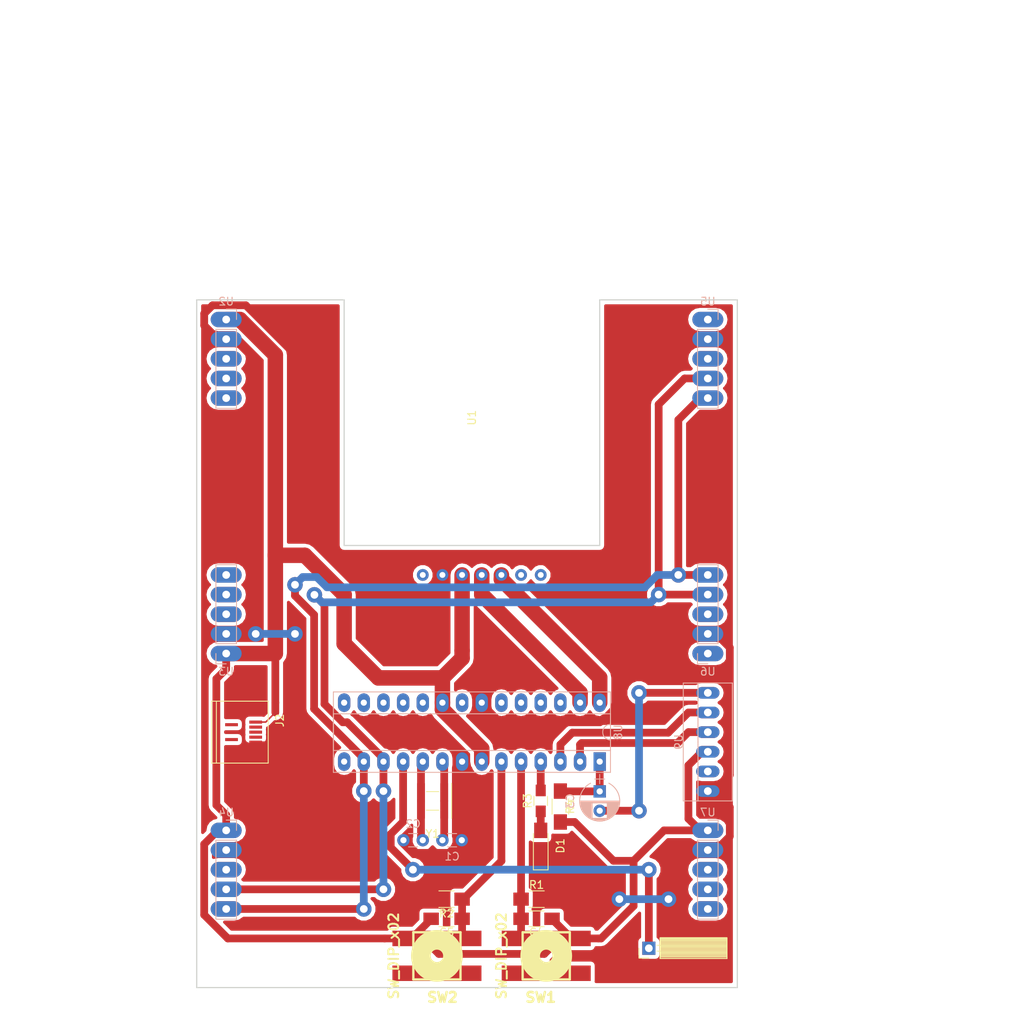
<source format=kicad_pcb>
(kicad_pcb (version 4) (host pcbnew 4.0.6)

  (general
    (links 55)
    (no_connects 1)
    (area 82.320001 8.73 218.67 139.700001)
    (thickness 1.6)
    (drawings 22)
    (tracks 226)
    (zones 0)
    (modules 24)
    (nets 19)
  )

  (page A4)
  (layers
    (0 F.Cu signal)
    (31 B.Cu signal)
    (32 B.Adhes user)
    (33 F.Adhes user)
    (34 B.Paste user hide)
    (35 F.Paste user hide)
    (36 B.SilkS user hide)
    (37 F.SilkS user)
    (38 B.Mask user)
    (39 F.Mask user hide)
    (40 Dwgs.User user)
    (41 Cmts.User user)
    (42 Eco1.User user)
    (43 Eco2.User user)
    (44 Edge.Cuts user)
    (45 Margin user)
    (46 B.CrtYd user)
    (47 F.CrtYd user)
    (48 B.Fab user)
    (49 F.Fab user)
  )

  (setup
    (last_trace_width 1)
    (user_trace_width 0.2)
    (user_trace_width 0.3)
    (user_trace_width 0.4)
    (user_trace_width 1)
    (user_trace_width 1.2)
    (user_trace_width 1.6)
    (user_trace_width 1.8)
    (trace_clearance 0.34)
    (zone_clearance 0.5)
    (zone_45_only no)
    (trace_min 0.2)
    (segment_width 0.2)
    (edge_width 0.15)
    (via_size 2)
    (via_drill 1)
    (via_min_size 0.4)
    (via_min_drill 0.3)
    (uvia_size 0.3)
    (uvia_drill 0.1)
    (uvias_allowed no)
    (uvia_min_size 0.2)
    (uvia_min_drill 0.1)
    (pcb_text_width 0.3)
    (pcb_text_size 1.5 1.5)
    (mod_edge_width 0.15)
    (mod_text_size 1 1)
    (mod_text_width 0.15)
    (pad_size 1.65 0.4)
    (pad_drill 0)
    (pad_to_mask_clearance 0.2)
    (aux_axis_origin 106.68 44.45)
    (visible_elements 7FFFFFFF)
    (pcbplotparams
      (layerselection 0x01000_00000001)
      (usegerberextensions false)
      (excludeedgelayer true)
      (linewidth 0.100000)
      (plotframeref false)
      (viasonmask false)
      (mode 1)
      (useauxorigin false)
      (hpglpennumber 1)
      (hpglpenspeed 20)
      (hpglpendiameter 15)
      (hpglpenoverlay 2)
      (psnegative false)
      (psa4output false)
      (plotreference true)
      (plotvalue true)
      (plotinvisibletext false)
      (padsonsilk false)
      (subtractmaskfromsilk false)
      (outputformat 3)
      (mirror false)
      (drillshape 0)
      (scaleselection 1)
      (outputdirectory gerber))
  )

  (net 0 "")
  (net 1 MAX_IN)
  (net 2 LATCH)
  (net 3 CLK)
  (net 4 SDA)
  (net 5 SCL)
  (net 6 VCC)
  (net 7 GND)
  (net 8 OSC1)
  (net 9 OSC2)
  (net 10 RESET)
  (net 11 "Net-(C3-Pad2)")
  (net 12 SW1)
  (net 13 SW2)
  (net 14 "Net-(D1-Pad2)")
  (net 15 "Net-(J2-Pad6)")
  (net 16 LED)
  (net 17 RX)
  (net 18 TX)

  (net_class Default "Dies ist die voreingestellte Netzklasse."
    (clearance 0.34)
    (trace_width 2)
    (via_dia 2)
    (via_drill 1)
    (uvia_dia 0.3)
    (uvia_drill 0.1)
    (add_net CLK)
    (add_net GND)
    (add_net LATCH)
    (add_net LED)
    (add_net MAX_IN)
    (add_net "Net-(C3-Pad2)")
    (add_net "Net-(D1-Pad2)")
    (add_net "Net-(J2-Pad6)")
    (add_net OSC1)
    (add_net OSC2)
    (add_net RESET)
    (add_net RX)
    (add_net SCL)
    (add_net SDA)
    (add_net SW1)
    (add_net SW2)
    (add_net TX)
    (add_net VCC)
  )

  (net_class 0,4mm ""
    (clearance 0.1)
    (trace_width 0.4)
    (via_dia 2)
    (via_drill 1)
    (uvia_dia 0.3)
    (uvia_drill 0.1)
  )

  (net_class 1mm ""
    (clearance 0.5)
    (trace_width 1)
    (via_dia 2)
    (via_drill 1)
    (uvia_dia 0.3)
    (uvia_drill 0.1)
  )

  (module Socket_Strips:Socket_Strip_Angled_1x01_Pitch2.54mm (layer F.Cu) (tedit 597DE67D) (tstamp 597C5703)
    (at 166.37 130.81 180)
    (descr "Through hole angled socket strip, 1x01, 2.54mm pitch, 8.51mm socket length, single row")
    (tags "Through hole angled socket strip THT 1x01 2.54mm single row")
    (path /597B8EB0)
    (fp_text reference J1 (at -4.38 -2.27 180) (layer F.SilkS) hide
      (effects (font (size 1 1) (thickness 0.15)))
    )
    (fp_text value CONN_01X01_MALE (at -4.38 2.27 180) (layer F.Fab)
      (effects (font (size 1 1) (thickness 0.15)))
    )
    (fp_line (start -1.52 -1.27) (end -1.52 1.27) (layer F.Fab) (width 0.1))
    (fp_line (start -1.52 1.27) (end -10.03 1.27) (layer F.Fab) (width 0.1))
    (fp_line (start -10.03 1.27) (end -10.03 -1.27) (layer F.Fab) (width 0.1))
    (fp_line (start -10.03 -1.27) (end -1.52 -1.27) (layer F.Fab) (width 0.1))
    (fp_line (start 0 -0.32) (end 0 0.32) (layer F.Fab) (width 0.1))
    (fp_line (start 0 0.32) (end -1.52 0.32) (layer F.Fab) (width 0.1))
    (fp_line (start -1.52 0.32) (end -1.52 -0.32) (layer F.Fab) (width 0.1))
    (fp_line (start -1.52 -0.32) (end 0 -0.32) (layer F.Fab) (width 0.1))
    (fp_line (start -1.46 -1.33) (end -1.46 1.33) (layer F.SilkS) (width 0.12))
    (fp_line (start -1.46 1.33) (end -10.09 1.33) (layer F.SilkS) (width 0.12))
    (fp_line (start -10.09 1.33) (end -10.09 -1.33) (layer F.SilkS) (width 0.12))
    (fp_line (start -10.09 -1.33) (end -1.46 -1.33) (layer F.SilkS) (width 0.12))
    (fp_line (start -1.46 -1.33) (end -1.46 1.27) (layer F.SilkS) (width 0.12))
    (fp_line (start -1.46 1.27) (end -10.09 1.27) (layer F.SilkS) (width 0.12))
    (fp_line (start -10.09 1.27) (end -10.09 -1.33) (layer F.SilkS) (width 0.12))
    (fp_line (start -10.09 -1.33) (end -1.46 -1.33) (layer F.SilkS) (width 0.12))
    (fp_line (start -1.03 -0.38) (end -1.46 -0.38) (layer F.SilkS) (width 0.12))
    (fp_line (start -1.03 0.38) (end -1.46 0.38) (layer F.SilkS) (width 0.12))
    (fp_line (start -1.46 -1.15) (end -10.09 -1.15) (layer F.SilkS) (width 0.12))
    (fp_line (start -1.46 -1.03) (end -10.09 -1.03) (layer F.SilkS) (width 0.12))
    (fp_line (start -1.46 -0.91) (end -10.09 -0.91) (layer F.SilkS) (width 0.12))
    (fp_line (start -1.46 -0.79) (end -10.09 -0.79) (layer F.SilkS) (width 0.12))
    (fp_line (start -1.46 -0.67) (end -10.09 -0.67) (layer F.SilkS) (width 0.12))
    (fp_line (start -1.46 -0.55) (end -10.09 -0.55) (layer F.SilkS) (width 0.12))
    (fp_line (start -1.46 -0.43) (end -10.09 -0.43) (layer F.SilkS) (width 0.12))
    (fp_line (start -1.46 -0.31) (end -10.09 -0.31) (layer F.SilkS) (width 0.12))
    (fp_line (start -1.46 -0.19) (end -10.09 -0.19) (layer F.SilkS) (width 0.12))
    (fp_line (start -1.46 -0.07) (end -10.09 -0.07) (layer F.SilkS) (width 0.12))
    (fp_line (start -1.46 0.05) (end -10.09 0.05) (layer F.SilkS) (width 0.12))
    (fp_line (start -1.46 0.17) (end -10.09 0.17) (layer F.SilkS) (width 0.12))
    (fp_line (start -1.46 0.29) (end -10.09 0.29) (layer F.SilkS) (width 0.12))
    (fp_line (start -1.46 0.41) (end -10.09 0.41) (layer F.SilkS) (width 0.12))
    (fp_line (start -1.46 0.53) (end -10.09 0.53) (layer F.SilkS) (width 0.12))
    (fp_line (start -1.46 0.65) (end -10.09 0.65) (layer F.SilkS) (width 0.12))
    (fp_line (start -1.46 0.77) (end -10.09 0.77) (layer F.SilkS) (width 0.12))
    (fp_line (start -1.46 0.89) (end -10.09 0.89) (layer F.SilkS) (width 0.12))
    (fp_line (start -1.46 1.01) (end -10.09 1.01) (layer F.SilkS) (width 0.12))
    (fp_line (start -1.46 1.13) (end -10.09 1.13) (layer F.SilkS) (width 0.12))
    (fp_line (start -1.46 1.25) (end -10.09 1.25) (layer F.SilkS) (width 0.12))
    (fp_line (start -1.46 1.37) (end -10.09 1.37) (layer F.SilkS) (width 0.12))
    (fp_line (start 0 -1.27) (end 1.27 -1.27) (layer F.SilkS) (width 0.12))
    (fp_line (start 1.27 -1.27) (end 1.27 0) (layer F.SilkS) (width 0.12))
    (fp_line (start 1.8 -1.8) (end 1.8 1.8) (layer F.CrtYd) (width 0.05))
    (fp_line (start 1.8 1.8) (end -10.55 1.8) (layer F.CrtYd) (width 0.05))
    (fp_line (start -10.55 1.8) (end -10.55 -1.8) (layer F.CrtYd) (width 0.05))
    (fp_line (start -10.55 -1.8) (end 1.8 -1.8) (layer F.CrtYd) (width 0.05))
    (fp_text user %R (at -4.38 -2.27 180) (layer F.Fab) hide
      (effects (font (size 1 1) (thickness 0.15)))
    )
    (pad 1 thru_hole rect (at 0 0 180) (size 1.7 1.7) (drill 1) (layers *.Cu *.Mask)
      (net 1 MAX_IN))
    (model ${KISYS3DMOD}/Socket_Strips.3dshapes/Socket_Strip_Angled_1x01_Pitch2.54mm.wrl
      (at (xyz 0 0 0))
      (scale (xyz 1 1 1))
      (rotate (xyz 0 0 270))
    )
  )

  (module Socket_Strips:Socket_Strip_Straight_1x05_Pitch2.54mm (layer B.Cu) (tedit 58CD5446) (tstamp 597C571C)
    (at 111.76 49.53 180)
    (descr "Through hole straight socket strip, 1x05, 2.54mm pitch, single row")
    (tags "Through hole socket strip THT 1x05 2.54mm single row")
    (path /596A2A6D)
    (fp_text reference U2 (at 0 2.33 180) (layer B.SilkS)
      (effects (font (size 1 1) (thickness 0.15)) (justify mirror))
    )
    (fp_text value MAX7219_IN (at 0 -12.49 180) (layer B.Fab)
      (effects (font (size 1 1) (thickness 0.15)) (justify mirror))
    )
    (fp_line (start -1.27 1.27) (end -1.27 -11.43) (layer B.Fab) (width 0.1))
    (fp_line (start -1.27 -11.43) (end 1.27 -11.43) (layer B.Fab) (width 0.1))
    (fp_line (start 1.27 -11.43) (end 1.27 1.27) (layer B.Fab) (width 0.1))
    (fp_line (start 1.27 1.27) (end -1.27 1.27) (layer B.Fab) (width 0.1))
    (fp_line (start -1.33 -1.27) (end -1.33 -11.49) (layer B.SilkS) (width 0.12))
    (fp_line (start -1.33 -11.49) (end 1.33 -11.49) (layer B.SilkS) (width 0.12))
    (fp_line (start 1.33 -11.49) (end 1.33 -1.27) (layer B.SilkS) (width 0.12))
    (fp_line (start 1.33 -1.27) (end -1.33 -1.27) (layer B.SilkS) (width 0.12))
    (fp_line (start -1.33 0) (end -1.33 1.33) (layer B.SilkS) (width 0.12))
    (fp_line (start -1.33 1.33) (end 0 1.33) (layer B.SilkS) (width 0.12))
    (fp_line (start -1.8 1.8) (end -1.8 -11.95) (layer B.CrtYd) (width 0.05))
    (fp_line (start -1.8 -11.95) (end 1.8 -11.95) (layer B.CrtYd) (width 0.05))
    (fp_line (start 1.8 -11.95) (end 1.8 1.8) (layer B.CrtYd) (width 0.05))
    (fp_line (start 1.8 1.8) (end -1.8 1.8) (layer B.CrtYd) (width 0.05))
    (fp_text user %R (at 0 2.33 180) (layer B.Fab)
      (effects (font (size 1 1) (thickness 0.15)) (justify mirror))
    )
    (pad 1 thru_hole oval (at 0 0 180) (size 4 2) (drill 1) (layers *.Cu *.Mask)
      (net 6 VCC))
    (pad 2 thru_hole oval (at 0 -2.54 180) (size 4 2) (drill 1) (layers *.Cu *.Mask)
      (net 7 GND))
    (pad 3 thru_hole oval (at 0 -5.08 180) (size 4 2) (drill 1) (layers *.Cu *.Mask))
    (pad 4 thru_hole oval (at 0 -7.62 180) (size 4 2) (drill 1) (layers *.Cu *.Mask))
    (pad 5 thru_hole oval (at 0 -10.16 180) (size 4 2) (drill 1) (layers *.Cu *.Mask))
    (model ${KISYS3DMOD}/Socket_Strips.3dshapes/Socket_Strip_Straight_1x05_Pitch2.54mm.wrl
      (at (xyz 0 -0.2 0))
      (scale (xyz 1 1 1))
      (rotate (xyz 0 0 270))
    )
  )

  (module Socket_Strips:Socket_Strip_Straight_1x05_Pitch2.54mm (layer B.Cu) (tedit 58CD5446) (tstamp 597C5725)
    (at 111.76 92.71)
    (descr "Through hole straight socket strip, 1x05, 2.54mm pitch, single row")
    (tags "Through hole socket strip THT 1x05 2.54mm single row")
    (path /597B8DED)
    (fp_text reference U3 (at 0 2.33) (layer B.SilkS)
      (effects (font (size 1 1) (thickness 0.15)) (justify mirror))
    )
    (fp_text value MAX7219_IN (at 0 -12.49) (layer B.Fab)
      (effects (font (size 1 1) (thickness 0.15)) (justify mirror))
    )
    (fp_line (start -1.27 1.27) (end -1.27 -11.43) (layer B.Fab) (width 0.1))
    (fp_line (start -1.27 -11.43) (end 1.27 -11.43) (layer B.Fab) (width 0.1))
    (fp_line (start 1.27 -11.43) (end 1.27 1.27) (layer B.Fab) (width 0.1))
    (fp_line (start 1.27 1.27) (end -1.27 1.27) (layer B.Fab) (width 0.1))
    (fp_line (start -1.33 -1.27) (end -1.33 -11.49) (layer B.SilkS) (width 0.12))
    (fp_line (start -1.33 -11.49) (end 1.33 -11.49) (layer B.SilkS) (width 0.12))
    (fp_line (start 1.33 -11.49) (end 1.33 -1.27) (layer B.SilkS) (width 0.12))
    (fp_line (start 1.33 -1.27) (end -1.33 -1.27) (layer B.SilkS) (width 0.12))
    (fp_line (start -1.33 0) (end -1.33 1.33) (layer B.SilkS) (width 0.12))
    (fp_line (start -1.33 1.33) (end 0 1.33) (layer B.SilkS) (width 0.12))
    (fp_line (start -1.8 1.8) (end -1.8 -11.95) (layer B.CrtYd) (width 0.05))
    (fp_line (start -1.8 -11.95) (end 1.8 -11.95) (layer B.CrtYd) (width 0.05))
    (fp_line (start 1.8 -11.95) (end 1.8 1.8) (layer B.CrtYd) (width 0.05))
    (fp_line (start 1.8 1.8) (end -1.8 1.8) (layer B.CrtYd) (width 0.05))
    (fp_text user %R (at 0 2.33) (layer B.Fab)
      (effects (font (size 1 1) (thickness 0.15)) (justify mirror))
    )
    (pad 1 thru_hole oval (at 0 0) (size 4 2) (drill 1) (layers *.Cu *.Mask)
      (net 6 VCC))
    (pad 2 thru_hole oval (at 0 -2.54) (size 4 2) (drill 1) (layers *.Cu *.Mask)
      (net 7 GND))
    (pad 3 thru_hole oval (at 0 -5.08) (size 4 2) (drill 1) (layers *.Cu *.Mask))
    (pad 4 thru_hole oval (at 0 -7.62) (size 4 2) (drill 1) (layers *.Cu *.Mask))
    (pad 5 thru_hole oval (at 0 -10.16) (size 4 2) (drill 1) (layers *.Cu *.Mask))
    (model ${KISYS3DMOD}/Socket_Strips.3dshapes/Socket_Strip_Straight_1x05_Pitch2.54mm.wrl
      (at (xyz 0 -0.2 0))
      (scale (xyz 1 1 1))
      (rotate (xyz 0 0 270))
    )
  )

  (module Socket_Strips:Socket_Strip_Straight_1x05_Pitch2.54mm (layer B.Cu) (tedit 58CD5446) (tstamp 597C572E)
    (at 111.76 115.57 180)
    (descr "Through hole straight socket strip, 1x05, 2.54mm pitch, single row")
    (tags "Through hole socket strip THT 1x05 2.54mm single row")
    (path /597B8E78)
    (fp_text reference U4 (at 0 2.33 180) (layer B.SilkS)
      (effects (font (size 1 1) (thickness 0.15)) (justify mirror))
    )
    (fp_text value MAX7219_IN (at 0 -12.49 180) (layer B.Fab)
      (effects (font (size 1 1) (thickness 0.15)) (justify mirror))
    )
    (fp_line (start -1.27 1.27) (end -1.27 -11.43) (layer B.Fab) (width 0.1))
    (fp_line (start -1.27 -11.43) (end 1.27 -11.43) (layer B.Fab) (width 0.1))
    (fp_line (start 1.27 -11.43) (end 1.27 1.27) (layer B.Fab) (width 0.1))
    (fp_line (start 1.27 1.27) (end -1.27 1.27) (layer B.Fab) (width 0.1))
    (fp_line (start -1.33 -1.27) (end -1.33 -11.49) (layer B.SilkS) (width 0.12))
    (fp_line (start -1.33 -11.49) (end 1.33 -11.49) (layer B.SilkS) (width 0.12))
    (fp_line (start 1.33 -11.49) (end 1.33 -1.27) (layer B.SilkS) (width 0.12))
    (fp_line (start 1.33 -1.27) (end -1.33 -1.27) (layer B.SilkS) (width 0.12))
    (fp_line (start -1.33 0) (end -1.33 1.33) (layer B.SilkS) (width 0.12))
    (fp_line (start -1.33 1.33) (end 0 1.33) (layer B.SilkS) (width 0.12))
    (fp_line (start -1.8 1.8) (end -1.8 -11.95) (layer B.CrtYd) (width 0.05))
    (fp_line (start -1.8 -11.95) (end 1.8 -11.95) (layer B.CrtYd) (width 0.05))
    (fp_line (start 1.8 -11.95) (end 1.8 1.8) (layer B.CrtYd) (width 0.05))
    (fp_line (start 1.8 1.8) (end -1.8 1.8) (layer B.CrtYd) (width 0.05))
    (fp_text user %R (at 0 2.33 180) (layer B.Fab)
      (effects (font (size 1 1) (thickness 0.15)) (justify mirror))
    )
    (pad 1 thru_hole oval (at 0 0 180) (size 4 2) (drill 1) (layers *.Cu *.Mask)
      (net 6 VCC))
    (pad 2 thru_hole oval (at 0 -2.54 180) (size 4 2) (drill 1) (layers *.Cu *.Mask)
      (net 7 GND))
    (pad 3 thru_hole oval (at 0 -5.08 180) (size 4 2) (drill 1) (layers *.Cu *.Mask))
    (pad 4 thru_hole oval (at 0 -7.62 180) (size 4 2) (drill 1) (layers *.Cu *.Mask)
      (net 2 LATCH))
    (pad 5 thru_hole oval (at 0 -10.16 180) (size 4 2) (drill 1) (layers *.Cu *.Mask)
      (net 3 CLK))
    (model ${KISYS3DMOD}/Socket_Strips.3dshapes/Socket_Strip_Straight_1x05_Pitch2.54mm.wrl
      (at (xyz 0 -0.2 0))
      (scale (xyz 1 1 1))
      (rotate (xyz 0 0 270))
    )
  )

  (module Socket_Strips:Socket_Strip_Straight_1x05_Pitch2.54mm (layer B.Cu) (tedit 597C7995) (tstamp 597C5737)
    (at 173.99 49.53 180)
    (descr "Through hole straight socket strip, 1x05, 2.54mm pitch, single row")
    (tags "Through hole socket strip THT 1x05 2.54mm single row")
    (path /597B8E8D)
    (fp_text reference U5 (at 0 2.33 180) (layer B.SilkS)
      (effects (font (size 1 1) (thickness 0.15)) (justify mirror))
    )
    (fp_text value MAX7219_IN (at 0 -12.49 180) (layer B.Fab)
      (effects (font (size 1 1) (thickness 0.15)) (justify mirror))
    )
    (fp_line (start -1.27 1.27) (end -1.27 -11.43) (layer B.Fab) (width 0.1))
    (fp_line (start -1.27 -11.43) (end 1.27 -11.43) (layer B.Fab) (width 0.1))
    (fp_line (start 1.27 -11.43) (end 1.27 1.27) (layer B.Fab) (width 0.1))
    (fp_line (start 1.27 1.27) (end -1.27 1.27) (layer B.Fab) (width 0.1))
    (fp_line (start -1.33 -1.27) (end -1.33 -11.49) (layer B.SilkS) (width 0.12))
    (fp_line (start -1.33 -11.49) (end 1.33 -11.49) (layer B.SilkS) (width 0.12))
    (fp_line (start 1.33 -11.49) (end 1.33 -1.27) (layer B.SilkS) (width 0.12))
    (fp_line (start 1.33 -1.27) (end -1.33 -1.27) (layer B.SilkS) (width 0.12))
    (fp_line (start -1.33 0) (end -1.33 1.33) (layer B.SilkS) (width 0.12))
    (fp_line (start -1.33 1.33) (end 0 1.33) (layer B.SilkS) (width 0.12))
    (fp_line (start -1.8 1.8) (end -1.8 -11.95) (layer B.CrtYd) (width 0.05))
    (fp_line (start -1.8 -11.95) (end 1.8 -11.95) (layer B.CrtYd) (width 0.05))
    (fp_line (start 1.8 -11.95) (end 1.8 1.8) (layer B.CrtYd) (width 0.05))
    (fp_line (start 1.8 1.8) (end -1.8 1.8) (layer B.CrtYd) (width 0.05))
    (fp_text user %R (at 0 2.33 180) (layer B.Fab)
      (effects (font (size 1 1) (thickness 0.15)) (justify mirror))
    )
    (pad 1 thru_hole oval (at 0 0 180) (size 4 2) (drill 1) (layers *.Cu *.Mask))
    (pad 2 thru_hole oval (at 0 -2.54 180) (size 4 2) (drill 1) (layers *.Cu *.Mask)
      (net 7 GND))
    (pad 3 thru_hole oval (at 0 -5.08 180) (size 4 2) (drill 1) (layers *.Cu *.Mask))
    (pad 4 thru_hole oval (at 0 -7.62 180) (size 4 2) (drill 1) (layers *.Cu *.Mask)
      (net 2 LATCH))
    (pad 5 thru_hole oval (at 0 -10.16 180) (size 4 2) (drill 1) (layers *.Cu *.Mask)
      (net 3 CLK))
    (model ${KISYS3DMOD}/Socket_Strips.3dshapes/Socket_Strip_Straight_1x05_Pitch2.54mm.wrl
      (at (xyz 0 -0.2 0))
      (scale (xyz 1 1 1))
      (rotate (xyz 0 0 270))
    )
  )

  (module Socket_Strips:Socket_Strip_Straight_1x05_Pitch2.54mm (layer B.Cu) (tedit 58CD5446) (tstamp 597C607C)
    (at 173.99 92.71)
    (descr "Through hole straight socket strip, 1x05, 2.54mm pitch, single row")
    (tags "Through hole socket strip THT 1x05 2.54mm single row")
    (path /597C60B3)
    (fp_text reference U6 (at 0 2.33) (layer B.SilkS)
      (effects (font (size 1 1) (thickness 0.15)) (justify mirror))
    )
    (fp_text value MAX7219_IN (at 0 -12.49) (layer B.Fab)
      (effects (font (size 1 1) (thickness 0.15)) (justify mirror))
    )
    (fp_line (start -1.27 1.27) (end -1.27 -11.43) (layer B.Fab) (width 0.1))
    (fp_line (start -1.27 -11.43) (end 1.27 -11.43) (layer B.Fab) (width 0.1))
    (fp_line (start 1.27 -11.43) (end 1.27 1.27) (layer B.Fab) (width 0.1))
    (fp_line (start 1.27 1.27) (end -1.27 1.27) (layer B.Fab) (width 0.1))
    (fp_line (start -1.33 -1.27) (end -1.33 -11.49) (layer B.SilkS) (width 0.12))
    (fp_line (start -1.33 -11.49) (end 1.33 -11.49) (layer B.SilkS) (width 0.12))
    (fp_line (start 1.33 -11.49) (end 1.33 -1.27) (layer B.SilkS) (width 0.12))
    (fp_line (start 1.33 -1.27) (end -1.33 -1.27) (layer B.SilkS) (width 0.12))
    (fp_line (start -1.33 0) (end -1.33 1.33) (layer B.SilkS) (width 0.12))
    (fp_line (start -1.33 1.33) (end 0 1.33) (layer B.SilkS) (width 0.12))
    (fp_line (start -1.8 1.8) (end -1.8 -11.95) (layer B.CrtYd) (width 0.05))
    (fp_line (start -1.8 -11.95) (end 1.8 -11.95) (layer B.CrtYd) (width 0.05))
    (fp_line (start 1.8 -11.95) (end 1.8 1.8) (layer B.CrtYd) (width 0.05))
    (fp_line (start 1.8 1.8) (end -1.8 1.8) (layer B.CrtYd) (width 0.05))
    (fp_text user %R (at 0 2.33) (layer B.Fab)
      (effects (font (size 1 1) (thickness 0.15)) (justify mirror))
    )
    (pad 1 thru_hole oval (at 0 0) (size 4 2) (drill 1) (layers *.Cu *.Mask))
    (pad 2 thru_hole oval (at 0 -2.54) (size 4 2) (drill 1) (layers *.Cu *.Mask)
      (net 7 GND))
    (pad 3 thru_hole oval (at 0 -5.08) (size 4 2) (drill 1) (layers *.Cu *.Mask))
    (pad 4 thru_hole oval (at 0 -7.62) (size 4 2) (drill 1) (layers *.Cu *.Mask)
      (net 2 LATCH))
    (pad 5 thru_hole oval (at 0 -10.16) (size 4 2) (drill 1) (layers *.Cu *.Mask)
      (net 3 CLK))
    (model ${KISYS3DMOD}/Socket_Strips.3dshapes/Socket_Strip_Straight_1x05_Pitch2.54mm.wrl
      (at (xyz 0 -0.2 0))
      (scale (xyz 1 1 1))
      (rotate (xyz 0 0 270))
    )
  )

  (module Socket_Strips:Socket_Strip_Straight_1x05_Pitch2.54mm (layer B.Cu) (tedit 58CD5446) (tstamp 597C6085)
    (at 173.99 115.57 180)
    (descr "Through hole straight socket strip, 1x05, 2.54mm pitch, single row")
    (tags "Through hole socket strip THT 1x05 2.54mm single row")
    (path /597C60C8)
    (fp_text reference U7 (at 0 2.33 180) (layer B.SilkS)
      (effects (font (size 1 1) (thickness 0.15)) (justify mirror))
    )
    (fp_text value MAX7219_IN (at 0 -12.49 180) (layer B.Fab)
      (effects (font (size 1 1) (thickness 0.15)) (justify mirror))
    )
    (fp_line (start -1.27 1.27) (end -1.27 -11.43) (layer B.Fab) (width 0.1))
    (fp_line (start -1.27 -11.43) (end 1.27 -11.43) (layer B.Fab) (width 0.1))
    (fp_line (start 1.27 -11.43) (end 1.27 1.27) (layer B.Fab) (width 0.1))
    (fp_line (start 1.27 1.27) (end -1.27 1.27) (layer B.Fab) (width 0.1))
    (fp_line (start -1.33 -1.27) (end -1.33 -11.49) (layer B.SilkS) (width 0.12))
    (fp_line (start -1.33 -11.49) (end 1.33 -11.49) (layer B.SilkS) (width 0.12))
    (fp_line (start 1.33 -11.49) (end 1.33 -1.27) (layer B.SilkS) (width 0.12))
    (fp_line (start 1.33 -1.27) (end -1.33 -1.27) (layer B.SilkS) (width 0.12))
    (fp_line (start -1.33 0) (end -1.33 1.33) (layer B.SilkS) (width 0.12))
    (fp_line (start -1.33 1.33) (end 0 1.33) (layer B.SilkS) (width 0.12))
    (fp_line (start -1.8 1.8) (end -1.8 -11.95) (layer B.CrtYd) (width 0.05))
    (fp_line (start -1.8 -11.95) (end 1.8 -11.95) (layer B.CrtYd) (width 0.05))
    (fp_line (start 1.8 -11.95) (end 1.8 1.8) (layer B.CrtYd) (width 0.05))
    (fp_line (start 1.8 1.8) (end -1.8 1.8) (layer B.CrtYd) (width 0.05))
    (fp_text user %R (at 0 2.33 180) (layer B.Fab)
      (effects (font (size 1 1) (thickness 0.15)) (justify mirror))
    )
    (pad 1 thru_hole oval (at 0 0 180) (size 4 2) (drill 1) (layers *.Cu *.Mask)
      (net 6 VCC))
    (pad 2 thru_hole oval (at 0 -2.54 180) (size 4 2) (drill 1) (layers *.Cu *.Mask)
      (net 7 GND))
    (pad 3 thru_hole oval (at 0 -5.08 180) (size 4 2) (drill 1) (layers *.Cu *.Mask))
    (pad 4 thru_hole oval (at 0 -7.62 180) (size 4 2) (drill 1) (layers *.Cu *.Mask))
    (pad 5 thru_hole oval (at 0 -10.16 180) (size 4 2) (drill 1) (layers *.Cu *.Mask))
    (model ${KISYS3DMOD}/Socket_Strips.3dshapes/Socket_Strip_Straight_1x05_Pitch2.54mm.wrl
      (at (xyz 0 -0.2 0))
      (scale (xyz 1 1 1))
      (rotate (xyz 0 0 270))
    )
  )

  (module Capacitors_THT:C_Disc_D3.0mm_W1.6mm_P2.50mm (layer B.Cu) (tedit 597BC7C2) (tstamp 598F1986)
    (at 139.7 116.84)
    (descr "C, Disc series, Radial, pin pitch=2.50mm, , diameter*width=3.0*1.6mm^2, Capacitor, http://www.vishay.com/docs/45233/krseries.pdf")
    (tags "C Disc series Radial pin pitch 2.50mm  diameter 3.0mm width 1.6mm Capacitor")
    (path /598E090A)
    (fp_text reference C1 (at 1.25 2.11) (layer B.SilkS)
      (effects (font (size 1 1) (thickness 0.15)) (justify mirror))
    )
    (fp_text value 22pF (at 1.25 -2.11) (layer B.Fab)
      (effects (font (size 1 1) (thickness 0.15)) (justify mirror))
    )
    (fp_line (start -0.25 0.8) (end -0.25 -0.8) (layer B.Fab) (width 0.1))
    (fp_line (start -0.25 -0.8) (end 2.75 -0.8) (layer B.Fab) (width 0.1))
    (fp_line (start 2.75 -0.8) (end 2.75 0.8) (layer B.Fab) (width 0.1))
    (fp_line (start 2.75 0.8) (end -0.25 0.8) (layer B.Fab) (width 0.1))
    (fp_line (start 0.663 0.861) (end 1.837 0.861) (layer B.SilkS) (width 0.12))
    (fp_line (start 0.663 -0.861) (end 1.837 -0.861) (layer B.SilkS) (width 0.12))
    (fp_line (start -1.05 1.15) (end -1.05 -1.15) (layer B.CrtYd) (width 0.05))
    (fp_line (start -1.05 -1.15) (end 3.55 -1.15) (layer B.CrtYd) (width 0.05))
    (fp_line (start 3.55 -1.15) (end 3.55 1.15) (layer B.CrtYd) (width 0.05))
    (fp_line (start 3.55 1.15) (end -1.05 1.15) (layer B.CrtYd) (width 0.05))
    (fp_text user %R (at 1.25 0) (layer B.Fab)
      (effects (font (size 1 1) (thickness 0.15)) (justify mirror))
    )
    (pad 1 thru_hole circle (at 0 0) (size 1.6 1.6) (drill 0.8) (layers *.Cu *.Mask)
      (net 8 OSC1))
    (pad 2 thru_hole circle (at 2.5 0) (size 1.6 1.6) (drill 0.8) (layers *.Cu *.Mask)
      (net 7 GND))
    (model ${KISYS3DMOD}/Capacitors_THT.3dshapes/C_Disc_D3.0mm_W1.6mm_P2.50mm.wrl
      (at (xyz 0 0 0))
      (scale (xyz 0.4 0.4 0.4))
      (rotate (xyz 0 0 0))
    )
  )

  (module Capacitors_THT:C_Disc_D3.0mm_W1.6mm_P2.50mm (layer B.Cu) (tedit 597BC7C2) (tstamp 598F198C)
    (at 137.16 116.84 180)
    (descr "C, Disc series, Radial, pin pitch=2.50mm, , diameter*width=3.0*1.6mm^2, Capacitor, http://www.vishay.com/docs/45233/krseries.pdf")
    (tags "C Disc series Radial pin pitch 2.50mm  diameter 3.0mm width 1.6mm Capacitor")
    (path /598E0A25)
    (fp_text reference C2 (at 1.25 2.11 180) (layer B.SilkS)
      (effects (font (size 1 1) (thickness 0.15)) (justify mirror))
    )
    (fp_text value 22pF (at 1.25 -2.11 180) (layer B.Fab)
      (effects (font (size 1 1) (thickness 0.15)) (justify mirror))
    )
    (fp_line (start -0.25 0.8) (end -0.25 -0.8) (layer B.Fab) (width 0.1))
    (fp_line (start -0.25 -0.8) (end 2.75 -0.8) (layer B.Fab) (width 0.1))
    (fp_line (start 2.75 -0.8) (end 2.75 0.8) (layer B.Fab) (width 0.1))
    (fp_line (start 2.75 0.8) (end -0.25 0.8) (layer B.Fab) (width 0.1))
    (fp_line (start 0.663 0.861) (end 1.837 0.861) (layer B.SilkS) (width 0.12))
    (fp_line (start 0.663 -0.861) (end 1.837 -0.861) (layer B.SilkS) (width 0.12))
    (fp_line (start -1.05 1.15) (end -1.05 -1.15) (layer B.CrtYd) (width 0.05))
    (fp_line (start -1.05 -1.15) (end 3.55 -1.15) (layer B.CrtYd) (width 0.05))
    (fp_line (start 3.55 -1.15) (end 3.55 1.15) (layer B.CrtYd) (width 0.05))
    (fp_line (start 3.55 1.15) (end -1.05 1.15) (layer B.CrtYd) (width 0.05))
    (fp_text user %R (at 1.25 0 180) (layer B.Fab)
      (effects (font (size 1 1) (thickness 0.15)) (justify mirror))
    )
    (pad 1 thru_hole circle (at 0 0 180) (size 1.6 1.6) (drill 0.8) (layers *.Cu *.Mask)
      (net 9 OSC2))
    (pad 2 thru_hole circle (at 2.5 0 180) (size 1.6 1.6) (drill 0.8) (layers *.Cu *.Mask)
      (net 7 GND))
    (model ${KISYS3DMOD}/Capacitors_THT.3dshapes/C_Disc_D3.0mm_W1.6mm_P2.50mm.wrl
      (at (xyz 0 0 0))
      (scale (xyz 0.4 0.4 0.4))
      (rotate (xyz 0 0 0))
    )
  )

  (module Capacitors_SMD:C_1206_HandSoldering (layer F.Cu) (tedit 58AA84D1) (tstamp 598F1998)
    (at 151.86 127 180)
    (descr "Capacitor SMD 1206, hand soldering")
    (tags "capacitor 1206")
    (path /598F6208)
    (attr smd)
    (fp_text reference C4 (at 0 -1.75 180) (layer F.SilkS)
      (effects (font (size 1 1) (thickness 0.15)))
    )
    (fp_text value 100nF (at 0 2 180) (layer F.Fab)
      (effects (font (size 1 1) (thickness 0.15)))
    )
    (fp_text user %R (at 0 -1.75 180) (layer F.Fab)
      (effects (font (size 1 1) (thickness 0.15)))
    )
    (fp_line (start -1.6 0.8) (end -1.6 -0.8) (layer F.Fab) (width 0.1))
    (fp_line (start 1.6 0.8) (end -1.6 0.8) (layer F.Fab) (width 0.1))
    (fp_line (start 1.6 -0.8) (end 1.6 0.8) (layer F.Fab) (width 0.1))
    (fp_line (start -1.6 -0.8) (end 1.6 -0.8) (layer F.Fab) (width 0.1))
    (fp_line (start 1 -1.02) (end -1 -1.02) (layer F.SilkS) (width 0.12))
    (fp_line (start -1 1.02) (end 1 1.02) (layer F.SilkS) (width 0.12))
    (fp_line (start -3.25 -1.05) (end 3.25 -1.05) (layer F.CrtYd) (width 0.05))
    (fp_line (start -3.25 -1.05) (end -3.25 1.05) (layer F.CrtYd) (width 0.05))
    (fp_line (start 3.25 1.05) (end 3.25 -1.05) (layer F.CrtYd) (width 0.05))
    (fp_line (start 3.25 1.05) (end -3.25 1.05) (layer F.CrtYd) (width 0.05))
    (pad 1 smd rect (at -2 0 180) (size 2 1.6) (layers F.Cu F.Paste F.Mask)
      (net 6 VCC))
    (pad 2 smd rect (at 2 0 180) (size 2 1.6) (layers F.Cu F.Paste F.Mask)
      (net 12 SW1))
    (model Capacitors_SMD.3dshapes/C_1206.wrl
      (at (xyz 0 0 0))
      (scale (xyz 1 1 1))
      (rotate (xyz 0 0 0))
    )
  )

  (module Capacitors_SMD:C_1206_HandSoldering (layer F.Cu) (tedit 58AA84D1) (tstamp 598F199E)
    (at 140.24 127 180)
    (descr "Capacitor SMD 1206, hand soldering")
    (tags "capacitor 1206")
    (path /598F6A52)
    (attr smd)
    (fp_text reference C5 (at 0 -1.75 180) (layer F.SilkS)
      (effects (font (size 1 1) (thickness 0.15)))
    )
    (fp_text value 100nF (at 0 2 180) (layer F.Fab)
      (effects (font (size 1 1) (thickness 0.15)))
    )
    (fp_text user %R (at 0 -1.75 180) (layer F.Fab)
      (effects (font (size 1 1) (thickness 0.15)))
    )
    (fp_line (start -1.6 0.8) (end -1.6 -0.8) (layer F.Fab) (width 0.1))
    (fp_line (start 1.6 0.8) (end -1.6 0.8) (layer F.Fab) (width 0.1))
    (fp_line (start 1.6 -0.8) (end 1.6 0.8) (layer F.Fab) (width 0.1))
    (fp_line (start -1.6 -0.8) (end 1.6 -0.8) (layer F.Fab) (width 0.1))
    (fp_line (start 1 -1.02) (end -1 -1.02) (layer F.SilkS) (width 0.12))
    (fp_line (start -1 1.02) (end 1 1.02) (layer F.SilkS) (width 0.12))
    (fp_line (start -3.25 -1.05) (end 3.25 -1.05) (layer F.CrtYd) (width 0.05))
    (fp_line (start -3.25 -1.05) (end -3.25 1.05) (layer F.CrtYd) (width 0.05))
    (fp_line (start 3.25 1.05) (end 3.25 -1.05) (layer F.CrtYd) (width 0.05))
    (fp_line (start 3.25 1.05) (end -3.25 1.05) (layer F.CrtYd) (width 0.05))
    (pad 1 smd rect (at -2 0 180) (size 2 1.6) (layers F.Cu F.Paste F.Mask)
      (net 13 SW2))
    (pad 2 smd rect (at 2 0 180) (size 2 1.6) (layers F.Cu F.Paste F.Mask)
      (net 6 VCC))
    (model Capacitors_SMD.3dshapes/C_1206.wrl
      (at (xyz 0 0 0))
      (scale (xyz 1 1 1))
      (rotate (xyz 0 0 0))
    )
  )

  (module LEDs:LED_1206_HandSoldering (layer F.Cu) (tedit 595FC724) (tstamp 598F19A4)
    (at 152.4 117.57 90)
    (descr "LED SMD 1206, hand soldering")
    (tags "LED 1206")
    (path /598F0345)
    (attr smd)
    (fp_text reference D1 (at 0 2.54 90) (layer F.SilkS)
      (effects (font (size 1 1) (thickness 0.15)))
    )
    (fp_text value LED (at 0 1.9 90) (layer F.Fab)
      (effects (font (size 1 1) (thickness 0.15)))
    )
    (fp_line (start -3.1 -0.95) (end -3.1 0.95) (layer F.SilkS) (width 0.12))
    (fp_line (start -0.4 0) (end 0.2 -0.4) (layer F.Fab) (width 0.1))
    (fp_line (start 0.2 -0.4) (end 0.2 0.4) (layer F.Fab) (width 0.1))
    (fp_line (start 0.2 0.4) (end -0.4 0) (layer F.Fab) (width 0.1))
    (fp_line (start -0.45 -0.4) (end -0.45 0.4) (layer F.Fab) (width 0.1))
    (fp_line (start -1.6 0.8) (end -1.6 -0.8) (layer F.Fab) (width 0.1))
    (fp_line (start 1.6 0.8) (end -1.6 0.8) (layer F.Fab) (width 0.1))
    (fp_line (start 1.6 -0.8) (end 1.6 0.8) (layer F.Fab) (width 0.1))
    (fp_line (start -1.6 -0.8) (end 1.6 -0.8) (layer F.Fab) (width 0.1))
    (fp_line (start -3.1 0.95) (end 1.6 0.95) (layer F.SilkS) (width 0.12))
    (fp_line (start -3.1 -0.95) (end 1.6 -0.95) (layer F.SilkS) (width 0.12))
    (fp_line (start -3.25 -1.11) (end 3.25 -1.11) (layer F.CrtYd) (width 0.05))
    (fp_line (start -3.25 -1.11) (end -3.25 1.1) (layer F.CrtYd) (width 0.05))
    (fp_line (start 3.25 1.1) (end 3.25 -1.11) (layer F.CrtYd) (width 0.05))
    (fp_line (start 3.25 1.1) (end -3.25 1.1) (layer F.CrtYd) (width 0.05))
    (pad 1 smd rect (at -2 0 90) (size 2 1.7) (layers F.Cu F.Paste F.Mask)
      (net 7 GND))
    (pad 2 smd rect (at 2 0 90) (size 2 1.7) (layers F.Cu F.Paste F.Mask)
      (net 14 "Net-(D1-Pad2)"))
    (model ${KISYS3DMOD}/LEDs.3dshapes/LED_1206.wrl
      (at (xyz 0 0 0))
      (scale (xyz 1 1 1))
      (rotate (xyz 0 0 180))
    )
  )

  (module Connectors:USB_Micro-B_10103594-0001LF (layer F.Cu) (tedit 598F58AB) (tstamp 598F19B3)
    (at 114.07 102.87 270)
    (descr "Micro USB Type B 10103594-0001LF")
    (tags "USB USB_B USB_micro USB_OTG")
    (path /598EE15E)
    (clearance 0.2)
    (attr smd)
    (fp_text reference J2 (at -1.5 -4.62 270) (layer F.SilkS)
      (effects (font (size 1 1) (thickness 0.15)))
    )
    (fp_text value MY_USB_OTG (at 0 6.17 270) (layer F.Fab)
      (effects (font (size 1 1) (thickness 0.15)))
    )
    (fp_line (start -4.25 -3.4) (end 4.25 -3.4) (layer F.CrtYd) (width 0.05))
    (fp_line (start 4.25 -3.4) (end 4.25 4.45) (layer F.CrtYd) (width 0.05))
    (fp_line (start 4.25 4.45) (end -4.25 4.45) (layer F.CrtYd) (width 0.05))
    (fp_line (start -4.25 4.45) (end -4.25 -3.4) (layer F.CrtYd) (width 0.05))
    (fp_line (start -4 4.2) (end 4 4.2) (layer F.SilkS) (width 0.12))
    (fp_line (start -4 -3.12) (end 4 -3.12) (layer F.SilkS) (width 0.12))
    (fp_line (start 4 -3.12) (end 4 4.2) (layer F.SilkS) (width 0.12))
    (fp_line (start 4 3.58) (end -4 3.58) (layer F.SilkS) (width 0.12))
    (fp_line (start -4 4.2) (end -4 -3.12) (layer F.SilkS) (width 0.12))
    (pad 1 smd rect (at -1.3 -1.5) (size 1.65 0.4) (layers F.Cu F.Paste F.Mask)
      (net 6 VCC) (solder_mask_margin 0.1) (solder_paste_margin 0.1) (clearance 0.1))
    (pad 2 smd rect (at -0.65 -1.5) (size 1.65 0.4) (layers F.Cu)
      (solder_mask_margin 0.1) (solder_paste_margin 0.1) (clearance 0.1))
    (pad 3 smd rect (at 0 -1.5) (size 1.65 0.4) (layers F.Cu F.Paste F.Mask)
      (solder_mask_margin 0.1) (solder_paste_margin 0.1) (clearance 0.1))
    (pad 4 smd rect (at 0.65 -1.5) (size 1.65 0.4) (layers F.Cu F.Paste F.Mask)
      (solder_mask_margin 0.1) (solder_paste_margin 0.1) (clearance 0.1))
    (pad 5 smd rect (at 1.3 -1.5) (size 1.65 0.4) (layers F.Cu F.Paste F.Mask)
      (net 7 GND) (clearance 0.2))
    (pad 6 smd rect (at -0.96 1.62) (size 1.65 0.4) (layers F.Cu F.Paste F.Mask)
      (net 15 "Net-(J2-Pad6)"))
    (pad 6 smd rect (at 0.96 1.62) (size 1.65 0.4) (layers F.Cu F.Paste F.Mask)
      (net 15 "Net-(J2-Pad6)"))
  )

  (module Resistors_SMD:R_1206_HandSoldering (layer F.Cu) (tedit 58E0A804) (tstamp 598F19B9)
    (at 151.86 124.46)
    (descr "Resistor SMD 1206, hand soldering")
    (tags "resistor 1206")
    (path /598F638D)
    (attr smd)
    (fp_text reference R1 (at 0 -1.85) (layer F.SilkS)
      (effects (font (size 1 1) (thickness 0.15)))
    )
    (fp_text value 10k (at 0 1.9) (layer F.Fab)
      (effects (font (size 1 1) (thickness 0.15)))
    )
    (fp_text user %R (at 0 0) (layer F.Fab)
      (effects (font (size 0.7 0.7) (thickness 0.105)))
    )
    (fp_line (start -1.6 0.8) (end -1.6 -0.8) (layer F.Fab) (width 0.1))
    (fp_line (start 1.6 0.8) (end -1.6 0.8) (layer F.Fab) (width 0.1))
    (fp_line (start 1.6 -0.8) (end 1.6 0.8) (layer F.Fab) (width 0.1))
    (fp_line (start -1.6 -0.8) (end 1.6 -0.8) (layer F.Fab) (width 0.1))
    (fp_line (start 1 1.07) (end -1 1.07) (layer F.SilkS) (width 0.12))
    (fp_line (start -1 -1.07) (end 1 -1.07) (layer F.SilkS) (width 0.12))
    (fp_line (start -3.25 -1.11) (end 3.25 -1.11) (layer F.CrtYd) (width 0.05))
    (fp_line (start -3.25 -1.11) (end -3.25 1.1) (layer F.CrtYd) (width 0.05))
    (fp_line (start 3.25 1.1) (end 3.25 -1.11) (layer F.CrtYd) (width 0.05))
    (fp_line (start 3.25 1.1) (end -3.25 1.1) (layer F.CrtYd) (width 0.05))
    (pad 1 smd rect (at -2 0) (size 2 1.7) (layers F.Cu F.Paste F.Mask)
      (net 12 SW1))
    (pad 2 smd rect (at 2 0) (size 2 1.7) (layers F.Cu F.Paste F.Mask)
      (net 7 GND))
    (model ${KISYS3DMOD}/Resistors_SMD.3dshapes/R_1206.wrl
      (at (xyz 0 0 0))
      (scale (xyz 1 1 1))
      (rotate (xyz 0 0 0))
    )
  )

  (module Resistors_SMD:R_1206_HandSoldering (layer F.Cu) (tedit 58E0A804) (tstamp 598F19BF)
    (at 140.24 124.46 180)
    (descr "Resistor SMD 1206, hand soldering")
    (tags "resistor 1206")
    (path /598F6A5C)
    (attr smd)
    (fp_text reference R2 (at 0 -1.85 180) (layer F.SilkS)
      (effects (font (size 1 1) (thickness 0.15)))
    )
    (fp_text value 10k (at 0 1.9 180) (layer F.Fab)
      (effects (font (size 1 1) (thickness 0.15)))
    )
    (fp_text user %R (at 0 0 180) (layer F.Fab)
      (effects (font (size 0.7 0.7) (thickness 0.105)))
    )
    (fp_line (start -1.6 0.8) (end -1.6 -0.8) (layer F.Fab) (width 0.1))
    (fp_line (start 1.6 0.8) (end -1.6 0.8) (layer F.Fab) (width 0.1))
    (fp_line (start 1.6 -0.8) (end 1.6 0.8) (layer F.Fab) (width 0.1))
    (fp_line (start -1.6 -0.8) (end 1.6 -0.8) (layer F.Fab) (width 0.1))
    (fp_line (start 1 1.07) (end -1 1.07) (layer F.SilkS) (width 0.12))
    (fp_line (start -1 -1.07) (end 1 -1.07) (layer F.SilkS) (width 0.12))
    (fp_line (start -3.25 -1.11) (end 3.25 -1.11) (layer F.CrtYd) (width 0.05))
    (fp_line (start -3.25 -1.11) (end -3.25 1.1) (layer F.CrtYd) (width 0.05))
    (fp_line (start 3.25 1.1) (end 3.25 -1.11) (layer F.CrtYd) (width 0.05))
    (fp_line (start 3.25 1.1) (end -3.25 1.1) (layer F.CrtYd) (width 0.05))
    (pad 1 smd rect (at -2 0 180) (size 2 1.7) (layers F.Cu F.Paste F.Mask)
      (net 13 SW2))
    (pad 2 smd rect (at 2 0 180) (size 2 1.7) (layers F.Cu F.Paste F.Mask)
      (net 7 GND))
    (model ${KISYS3DMOD}/Resistors_SMD.3dshapes/R_1206.wrl
      (at (xyz 0 0 0))
      (scale (xyz 1 1 1))
      (rotate (xyz 0 0 0))
    )
  )

  (module Resistors_SMD:R_0805_HandSoldering (layer F.Cu) (tedit 58E0A804) (tstamp 598F19C5)
    (at 152.4 111.76 90)
    (descr "Resistor SMD 0805, hand soldering")
    (tags "resistor 0805")
    (path /598EFE16)
    (attr smd)
    (fp_text reference R3 (at 0 -1.7 90) (layer F.SilkS)
      (effects (font (size 1 1) (thickness 0.15)))
    )
    (fp_text value R_LED (at 0 1.75 90) (layer F.Fab)
      (effects (font (size 1 1) (thickness 0.15)))
    )
    (fp_text user %R (at 0 0 90) (layer F.Fab)
      (effects (font (size 0.5 0.5) (thickness 0.075)))
    )
    (fp_line (start -1 0.62) (end -1 -0.62) (layer F.Fab) (width 0.1))
    (fp_line (start 1 0.62) (end -1 0.62) (layer F.Fab) (width 0.1))
    (fp_line (start 1 -0.62) (end 1 0.62) (layer F.Fab) (width 0.1))
    (fp_line (start -1 -0.62) (end 1 -0.62) (layer F.Fab) (width 0.1))
    (fp_line (start 0.6 0.88) (end -0.6 0.88) (layer F.SilkS) (width 0.12))
    (fp_line (start -0.6 -0.88) (end 0.6 -0.88) (layer F.SilkS) (width 0.12))
    (fp_line (start -2.35 -0.9) (end 2.35 -0.9) (layer F.CrtYd) (width 0.05))
    (fp_line (start -2.35 -0.9) (end -2.35 0.9) (layer F.CrtYd) (width 0.05))
    (fp_line (start 2.35 0.9) (end 2.35 -0.9) (layer F.CrtYd) (width 0.05))
    (fp_line (start 2.35 0.9) (end -2.35 0.9) (layer F.CrtYd) (width 0.05))
    (pad 1 smd rect (at -1.35 0 90) (size 1.5 1.3) (layers F.Cu F.Paste F.Mask)
      (net 14 "Net-(D1-Pad2)"))
    (pad 2 smd rect (at 1.35 0 90) (size 1.5 1.3) (layers F.Cu F.Paste F.Mask)
      (net 16 LED))
    (model ${KISYS3DMOD}/Resistors_SMD.3dshapes/R_0805.wrl
      (at (xyz 0 0 0))
      (scale (xyz 1 1 1))
      (rotate (xyz 0 0 0))
    )
  )

  (module Housings_DIP:DIP-28_W7.62mm_Socket_LongPads (layer B.Cu) (tedit 598F1EB7) (tstamp 598F19F5)
    (at 160.02 106.68 90)
    (descr "28-lead dip package, row spacing 7.62 mm (300 mils), Socket, LongPads")
    (tags "DIL DIP PDIP 2.54mm 7.62mm 300mil Socket LongPads")
    (path /598DF1B2)
    (fp_text reference U8 (at 3.81 2.39 90) (layer B.SilkS)
      (effects (font (size 1 1) (thickness 0.15)) (justify mirror))
    )
    (fp_text value ATMEGA328P-PU (at 3.81 -35.41 90) (layer B.Fab)
      (effects (font (size 1 1) (thickness 0.15)) (justify mirror))
    )
    (fp_text user %R (at 3.81 -16.51 90) (layer B.Fab)
      (effects (font (size 1 1) (thickness 0.15)) (justify mirror))
    )
    (fp_line (start 1.635 1.27) (end 6.985 1.27) (layer B.Fab) (width 0.1))
    (fp_line (start 6.985 1.27) (end 6.985 -34.29) (layer B.Fab) (width 0.1))
    (fp_line (start 6.985 -34.29) (end 0.635 -34.29) (layer B.Fab) (width 0.1))
    (fp_line (start 0.635 -34.29) (end 0.635 0.27) (layer B.Fab) (width 0.1))
    (fp_line (start 0.635 0.27) (end 1.635 1.27) (layer B.Fab) (width 0.1))
    (fp_line (start -1.27 1.27) (end -1.27 -34.29) (layer B.Fab) (width 0.1))
    (fp_line (start -1.27 -34.29) (end 8.89 -34.29) (layer B.Fab) (width 0.1))
    (fp_line (start 8.89 -34.29) (end 8.89 1.27) (layer B.Fab) (width 0.1))
    (fp_line (start 8.89 1.27) (end -1.27 1.27) (layer B.Fab) (width 0.1))
    (fp_line (start 2.81 1.39) (end 1.44 1.39) (layer B.SilkS) (width 0.12))
    (fp_line (start 1.44 1.39) (end 1.44 -34.41) (layer B.SilkS) (width 0.12))
    (fp_line (start 1.44 -34.41) (end 6.18 -34.41) (layer B.SilkS) (width 0.12))
    (fp_line (start 6.18 -34.41) (end 6.18 1.39) (layer B.SilkS) (width 0.12))
    (fp_line (start 6.18 1.39) (end 4.81 1.39) (layer B.SilkS) (width 0.12))
    (fp_line (start -1.39 1.39) (end -1.39 -34.41) (layer B.SilkS) (width 0.12))
    (fp_line (start -1.39 -34.41) (end 9.01 -34.41) (layer B.SilkS) (width 0.12))
    (fp_line (start 9.01 -34.41) (end 9.01 1.39) (layer B.SilkS) (width 0.12))
    (fp_line (start 9.01 1.39) (end -1.39 1.39) (layer B.SilkS) (width 0.12))
    (fp_line (start -1.7 1.7) (end -1.7 -34.7) (layer B.CrtYd) (width 0.05))
    (fp_line (start -1.7 -34.7) (end 9.3 -34.7) (layer B.CrtYd) (width 0.05))
    (fp_line (start 9.3 -34.7) (end 9.3 1.7) (layer B.CrtYd) (width 0.05))
    (fp_line (start 9.3 1.7) (end -1.7 1.7) (layer B.CrtYd) (width 0.05))
    (fp_arc (start 3.81 1.39) (end 2.81 1.39) (angle 180) (layer B.SilkS) (width 0.12))
    (pad 1 thru_hole rect (at 0 0 90) (size 2.4 1.6) (drill 0.8) (layers *.Cu *.Mask)
      (net 10 RESET))
    (pad 15 thru_hole oval (at 7.62 -33.02 90) (size 2.4 1.6) (drill 0.8) (layers *.Cu *.Mask))
    (pad 2 thru_hole oval (at 0 -2.54 90) (size 2.4 1.6) (drill 0.8) (layers *.Cu *.Mask)
      (net 17 RX))
    (pad 16 thru_hole oval (at 7.62 -30.48 90) (size 2.4 1.6) (drill 0.8) (layers *.Cu *.Mask))
    (pad 3 thru_hole oval (at 0 -5.08 90) (size 2.4 1.6) (drill 0.8) (layers *.Cu *.Mask)
      (net 18 TX))
    (pad 17 thru_hole oval (at 7.62 -27.94 90) (size 2.4 1.6) (drill 0.8) (layers *.Cu *.Mask))
    (pad 4 thru_hole oval (at 0 -7.62 90) (size 2.4 1.6) (drill 0.8) (layers *.Cu *.Mask)
      (net 16 LED))
    (pad 18 thru_hole oval (at 7.62 -25.4 90) (size 2.4 1.6) (drill 0.8) (layers *.Cu *.Mask))
    (pad 5 thru_hole oval (at 0 -10.16 90) (size 2.4 1.6) (drill 0.8) (layers *.Cu *.Mask)
      (net 12 SW1))
    (pad 19 thru_hole oval (at 7.62 -22.86 90) (size 2.4 1.6) (drill 0.8) (layers *.Cu *.Mask))
    (pad 6 thru_hole oval (at 0 -12.7 90) (size 2.4 1.6) (drill 0.8) (layers *.Cu *.Mask)
      (net 13 SW2))
    (pad 20 thru_hole oval (at 7.62 -20.32 90) (size 2.4 1.6) (drill 0.8) (layers *.Cu *.Mask)
      (net 6 VCC))
    (pad 7 thru_hole oval (at 0 -15.24 90) (size 2.4 1.6) (drill 0.8) (layers *.Cu *.Mask)
      (net 6 VCC))
    (pad 21 thru_hole oval (at 7.62 -17.78 90) (size 2.4 1.6) (drill 0.8) (layers *.Cu *.Mask))
    (pad 8 thru_hole oval (at 0 -17.78 90) (size 2.4 1.6) (drill 0.8) (layers *.Cu *.Mask)
      (net 7 GND))
    (pad 22 thru_hole oval (at 7.62 -15.24 90) (size 2.4 1.6) (drill 0.8) (layers *.Cu *.Mask)
      (net 7 GND))
    (pad 9 thru_hole oval (at 0 -20.32 90) (size 2.4 1.6) (drill 0.8) (layers *.Cu *.Mask)
      (net 8 OSC1))
    (pad 23 thru_hole oval (at 7.62 -12.7 90) (size 2.4 1.6) (drill 0.8) (layers *.Cu *.Mask))
    (pad 10 thru_hole oval (at 0 -22.86 90) (size 2.4 1.6) (drill 0.8) (layers *.Cu *.Mask)
      (net 9 OSC2))
    (pad 24 thru_hole oval (at 7.62 -10.16 90) (size 2.4 1.6) (drill 0.8) (layers *.Cu *.Mask))
    (pad 11 thru_hole oval (at 0 -25.4 90) (size 2.4 1.6) (drill 0.8) (layers *.Cu *.Mask)
      (net 1 MAX_IN))
    (pad 25 thru_hole oval (at 7.62 -7.62 90) (size 2.4 1.6) (drill 0.8) (layers *.Cu *.Mask))
    (pad 12 thru_hole oval (at 0 -27.94 90) (size 2.4 1.6) (drill 0.8) (layers *.Cu *.Mask)
      (net 2 LATCH))
    (pad 26 thru_hole oval (at 7.62 -5.08 90) (size 2.4 1.6) (drill 0.8) (layers *.Cu *.Mask))
    (pad 13 thru_hole oval (at 0 -30.48 90) (size 2.4 1.6) (drill 0.8) (layers *.Cu *.Mask)
      (net 3 CLK))
    (pad 27 thru_hole oval (at 7.62 -2.54 90) (size 2.4 1.6) (drill 0.8) (layers *.Cu *.Mask)
      (net 4 SDA))
    (pad 14 thru_hole oval (at 0 -33.02 90) (size 2.4 1.6) (drill 0.8) (layers *.Cu *.Mask))
    (pad 28 thru_hole oval (at 7.62 0 90) (size 2.4 1.6) (drill 0.8) (layers *.Cu *.Mask)
      (net 5 SCL))
    (model ${KISYS3DMOD}/Housings_DIP.3dshapes/DIP-28_W7.62mm_Socket_LongPads.wrl
      (at (xyz 0 0 0))
      (scale (xyz 1 1 1))
      (rotate (xyz 0 0 0))
    )
  )

  (module Connectors:PINHEAD1-6 (layer B.Cu) (tedit 0) (tstamp 598F19FF)
    (at 173.99 97.79 270)
    (path /598E1785)
    (fp_text reference U9 (at 6.35 3.75 270) (layer B.SilkS)
      (effects (font (size 1 1) (thickness 0.15)) (justify mirror))
    )
    (fp_text value FTDI1232 (at 6.35 -3.81 270) (layer B.Fab)
      (effects (font (size 1 1) (thickness 0.15)) (justify mirror))
    )
    (fp_line (start 6.35 -3.17) (end 13.97 -3.17) (layer B.SilkS) (width 0.12))
    (fp_line (start 6.35 1.27) (end 13.97 1.27) (layer B.SilkS) (width 0.12))
    (fp_line (start 6.35 3.17) (end 13.97 3.17) (layer B.SilkS) (width 0.12))
    (fp_line (start -1.27 3.17) (end -1.27 -3.17) (layer B.SilkS) (width 0.12))
    (fp_line (start 13.97 3.17) (end 13.97 -3.17) (layer B.SilkS) (width 0.12))
    (fp_line (start 6.35 1.27) (end -1.27 1.27) (layer B.SilkS) (width 0.12))
    (fp_line (start -1.27 3.17) (end 6.35 3.17) (layer B.SilkS) (width 0.12))
    (fp_line (start 6.35 -3.17) (end -1.27 -3.17) (layer B.SilkS) (width 0.12))
    (fp_line (start -1.52 3.42) (end 14.22 3.42) (layer B.CrtYd) (width 0.05))
    (fp_line (start -1.52 3.42) (end -1.52 -3.42) (layer B.CrtYd) (width 0.05))
    (fp_line (start 14.22 -3.42) (end 14.22 3.42) (layer B.CrtYd) (width 0.05))
    (fp_line (start 14.22 -3.42) (end -1.52 -3.42) (layer B.CrtYd) (width 0.05))
    (pad 1 thru_hole oval (at 0 0 270) (size 1.51 3.01) (drill 1) (layers *.Cu *.Mask)
      (net 11 "Net-(C3-Pad2)"))
    (pad 2 thru_hole oval (at 2.54 0 270) (size 1.51 3.01) (drill 1) (layers *.Cu *.Mask)
      (net 18 TX))
    (pad 3 thru_hole oval (at 5.08 0 270) (size 1.51 3.01) (drill 1) (layers *.Cu *.Mask)
      (net 17 RX))
    (pad 4 thru_hole oval (at 7.62 0 270) (size 1.51 3.01) (drill 1) (layers *.Cu *.Mask)
      (net 6 VCC))
    (pad 5 thru_hole oval (at 10.16 0 270) (size 1.51 3.01) (drill 1) (layers *.Cu *.Mask))
    (pad 6 thru_hole oval (at 12.7 0 270) (size 1.51 3.01) (drill 1) (layers *.Cu *.Mask)
      (net 7 GND))
  )

  (module PongClock:TINY_RTC_RIGHT (layer F.Cu) (tedit 598F1B75) (tstamp 598F1C4F)
    (at 144.78 62.23 270)
    (path /598F1A94)
    (fp_text reference U1 (at 0 1.27 270) (layer F.SilkS)
      (effects (font (size 1 1) (thickness 0.15)))
    )
    (fp_text value TinyRTC_I2C_RIGHT (at 0 -2.54 270) (layer F.Fab)
      (effects (font (size 1 1) (thickness 0.15)))
    )
    (fp_line (start 12.7 -8.89) (end 12.7 8.89) (layer F.CrtYd) (width 0.15))
    (fp_line (start 12.7 8.89) (end 17.78 8.89) (layer F.CrtYd) (width 0.15))
    (fp_line (start 17.78 8.89) (end 17.78 -8.89) (layer F.CrtYd) (width 0.15))
    (fp_line (start 17.78 -8.89) (end 12.7 -8.89) (layer F.CrtYd) (width 0.15))
    (fp_line (start -15.24 -12.7) (end 11.43 -12.7) (layer F.CrtYd) (width 0.15))
    (fp_line (start -15.24 15.24) (end 11.43 15.24) (layer F.CrtYd) (width 0.15))
    (fp_line (start -15.24 -12.7) (end -15.24 15.24) (layer F.CrtYd) (width 0.15))
    (fp_line (start 11.43 15.24) (end 11.43 -12.7) (layer F.CrtYd) (width 0.15))
    (pad 1 thru_hole circle (at 20.32 -7.62 270) (size 1.524 1.524) (drill 0.762) (layers *.Cu *.Mask))
    (pad 2 thru_hole circle (at 20.32 -5.08 270) (size 1.524 1.524) (drill 0.762) (layers *.Cu *.Mask))
    (pad 3 thru_hole circle (at 20.32 -2.54 270) (size 1.524 1.524) (drill 0.762) (layers *.Cu *.Mask)
      (net 5 SCL))
    (pad 4 thru_hole circle (at 20.32 0 270) (size 1.524 1.524) (drill 0.762) (layers *.Cu *.Mask)
      (net 4 SDA))
    (pad 5 thru_hole circle (at 20.32 2.54 270) (size 1.524 1.524) (drill 0.762) (layers *.Cu *.Mask)
      (net 6 VCC))
    (pad 6 thru_hole circle (at 20.32 5.08 270) (size 1.524 1.524) (drill 0.762) (layers *.Cu *.Mask)
      (net 7 GND))
    (pad 7 thru_hole circle (at 20.32 7.62 270) (size 1.524 1.524) (drill 0.762) (layers *.Cu *.Mask))
  )

  (module Crystals:Resonator_SMD_muRata_CDSCB-2pin_4.5x2.0mm_HandSoldering (layer F.Cu) (tedit 58CD2E9E) (tstamp 598F1CC5)
    (at 138.43 111.76 180)
    (descr "SMD Resomator/Filter Murata CDSCB, http://cdn-reichelt.de/documents/datenblatt/B400/SFECV-107.pdf, hand-soldering, 4.5x2.0mm^2 package")
    (tags "SMD SMT ceramic resonator filter filter hand-soldering")
    (path /598F2D1C)
    (attr smd)
    (fp_text reference Y1 (at 0 -4.25 180) (layer F.SilkS)
      (effects (font (size 1 1) (thickness 0.15)))
    )
    (fp_text value Crystal (at 0 4.25 180) (layer F.Fab)
      (effects (font (size 1 1) (thickness 0.15)))
    )
    (fp_text user %R (at 0 0 180) (layer F.Fab)
      (effects (font (size 1 1) (thickness 0.15)))
    )
    (fp_line (start -2.25 -1) (end -2.25 1) (layer F.Fab) (width 0.1))
    (fp_line (start -2.25 1) (end 2.25 1) (layer F.Fab) (width 0.1))
    (fp_line (start 2.25 1) (end 2.25 -1) (layer F.Fab) (width 0.1))
    (fp_line (start 2.25 -1) (end -2.25 -1) (layer F.Fab) (width 0.1))
    (fp_line (start -2.25 0) (end -1.25 1) (layer F.Fab) (width 0.1))
    (fp_line (start -0.8 -1.2) (end 0.8 -1.2) (layer F.SilkS) (width 0.12))
    (fp_line (start -0.8 1.2) (end 0.8 1.2) (layer F.SilkS) (width 0.12))
    (fp_line (start -2.45 -2.275) (end -2.45 2.275) (layer F.SilkS) (width 0.12))
    (fp_line (start -2.5 -3.5) (end -2.5 3.5) (layer F.CrtYd) (width 0.05))
    (fp_line (start -2.5 3.5) (end 2.5 3.5) (layer F.CrtYd) (width 0.05))
    (fp_line (start 2.5 3.5) (end 2.5 -3.5) (layer F.CrtYd) (width 0.05))
    (fp_line (start 2.5 -3.5) (end -2.5 -3.5) (layer F.CrtYd) (width 0.05))
    (pad 1 smd rect (at -1.5 0 180) (size 1 4.55) (layers F.Cu F.Paste F.Mask)
      (net 8 OSC1))
    (pad 2 smd rect (at 1.5 0 180) (size 1 4.55) (layers F.Cu F.Paste F.Mask)
      (net 9 OSC2))
    (model ${KISYS3DMOD}/Crystals.3dshapes/Resonator_SMD_muRata_CDSCB-2pin_4.5x2.0mm_HandSoldering.wrl
      (at (xyz 0 0 0))
      (scale (xyz 1 1 1))
      (rotate (xyz 0 0 0))
    )
  )

  (module Capacitors_THT:CP_Radial_D5.0mm_P2.50mm (layer B.Cu) (tedit 597BC7C2) (tstamp 598F2065)
    (at 160.02 110.53 270)
    (descr "CP, Radial series, Radial, pin pitch=2.50mm, , diameter=5mm, Electrolytic Capacitor")
    (tags "CP Radial series Radial pin pitch 2.50mm  diameter 5mm Electrolytic Capacitor")
    (path /598E395B)
    (fp_text reference C3 (at 1.25 3.81 270) (layer B.SilkS)
      (effects (font (size 1 1) (thickness 0.15)) (justify mirror))
    )
    (fp_text value 10uF (at 1.25 -3.81 270) (layer B.Fab)
      (effects (font (size 1 1) (thickness 0.15)) (justify mirror))
    )
    (fp_arc (start 1.25 0) (end -1.05558 1.18) (angle -125.8) (layer B.SilkS) (width 0.12))
    (fp_arc (start 1.25 0) (end -1.05558 -1.18) (angle 125.8) (layer B.SilkS) (width 0.12))
    (fp_arc (start 1.25 0) (end 3.55558 1.18) (angle -54.2) (layer B.SilkS) (width 0.12))
    (fp_circle (center 1.25 0) (end 3.75 0) (layer B.Fab) (width 0.1))
    (fp_line (start -2.2 0) (end -1 0) (layer B.Fab) (width 0.1))
    (fp_line (start -1.6 0.65) (end -1.6 -0.65) (layer B.Fab) (width 0.1))
    (fp_line (start 1.25 2.55) (end 1.25 -2.55) (layer B.SilkS) (width 0.12))
    (fp_line (start 1.29 2.55) (end 1.29 -2.55) (layer B.SilkS) (width 0.12))
    (fp_line (start 1.33 2.549) (end 1.33 -2.549) (layer B.SilkS) (width 0.12))
    (fp_line (start 1.37 2.548) (end 1.37 -2.548) (layer B.SilkS) (width 0.12))
    (fp_line (start 1.41 2.546) (end 1.41 -2.546) (layer B.SilkS) (width 0.12))
    (fp_line (start 1.45 2.543) (end 1.45 -2.543) (layer B.SilkS) (width 0.12))
    (fp_line (start 1.49 2.539) (end 1.49 -2.539) (layer B.SilkS) (width 0.12))
    (fp_line (start 1.53 2.535) (end 1.53 0.98) (layer B.SilkS) (width 0.12))
    (fp_line (start 1.53 -0.98) (end 1.53 -2.535) (layer B.SilkS) (width 0.12))
    (fp_line (start 1.57 2.531) (end 1.57 0.98) (layer B.SilkS) (width 0.12))
    (fp_line (start 1.57 -0.98) (end 1.57 -2.531) (layer B.SilkS) (width 0.12))
    (fp_line (start 1.61 2.525) (end 1.61 0.98) (layer B.SilkS) (width 0.12))
    (fp_line (start 1.61 -0.98) (end 1.61 -2.525) (layer B.SilkS) (width 0.12))
    (fp_line (start 1.65 2.519) (end 1.65 0.98) (layer B.SilkS) (width 0.12))
    (fp_line (start 1.65 -0.98) (end 1.65 -2.519) (layer B.SilkS) (width 0.12))
    (fp_line (start 1.69 2.513) (end 1.69 0.98) (layer B.SilkS) (width 0.12))
    (fp_line (start 1.69 -0.98) (end 1.69 -2.513) (layer B.SilkS) (width 0.12))
    (fp_line (start 1.73 2.506) (end 1.73 0.98) (layer B.SilkS) (width 0.12))
    (fp_line (start 1.73 -0.98) (end 1.73 -2.506) (layer B.SilkS) (width 0.12))
    (fp_line (start 1.77 2.498) (end 1.77 0.98) (layer B.SilkS) (width 0.12))
    (fp_line (start 1.77 -0.98) (end 1.77 -2.498) (layer B.SilkS) (width 0.12))
    (fp_line (start 1.81 2.489) (end 1.81 0.98) (layer B.SilkS) (width 0.12))
    (fp_line (start 1.81 -0.98) (end 1.81 -2.489) (layer B.SilkS) (width 0.12))
    (fp_line (start 1.85 2.48) (end 1.85 0.98) (layer B.SilkS) (width 0.12))
    (fp_line (start 1.85 -0.98) (end 1.85 -2.48) (layer B.SilkS) (width 0.12))
    (fp_line (start 1.89 2.47) (end 1.89 0.98) (layer B.SilkS) (width 0.12))
    (fp_line (start 1.89 -0.98) (end 1.89 -2.47) (layer B.SilkS) (width 0.12))
    (fp_line (start 1.93 2.46) (end 1.93 0.98) (layer B.SilkS) (width 0.12))
    (fp_line (start 1.93 -0.98) (end 1.93 -2.46) (layer B.SilkS) (width 0.12))
    (fp_line (start 1.971 2.448) (end 1.971 0.98) (layer B.SilkS) (width 0.12))
    (fp_line (start 1.971 -0.98) (end 1.971 -2.448) (layer B.SilkS) (width 0.12))
    (fp_line (start 2.011 2.436) (end 2.011 0.98) (layer B.SilkS) (width 0.12))
    (fp_line (start 2.011 -0.98) (end 2.011 -2.436) (layer B.SilkS) (width 0.12))
    (fp_line (start 2.051 2.424) (end 2.051 0.98) (layer B.SilkS) (width 0.12))
    (fp_line (start 2.051 -0.98) (end 2.051 -2.424) (layer B.SilkS) (width 0.12))
    (fp_line (start 2.091 2.41) (end 2.091 0.98) (layer B.SilkS) (width 0.12))
    (fp_line (start 2.091 -0.98) (end 2.091 -2.41) (layer B.SilkS) (width 0.12))
    (fp_line (start 2.131 2.396) (end 2.131 0.98) (layer B.SilkS) (width 0.12))
    (fp_line (start 2.131 -0.98) (end 2.131 -2.396) (layer B.SilkS) (width 0.12))
    (fp_line (start 2.171 2.382) (end 2.171 0.98) (layer B.SilkS) (width 0.12))
    (fp_line (start 2.171 -0.98) (end 2.171 -2.382) (layer B.SilkS) (width 0.12))
    (fp_line (start 2.211 2.366) (end 2.211 0.98) (layer B.SilkS) (width 0.12))
    (fp_line (start 2.211 -0.98) (end 2.211 -2.366) (layer B.SilkS) (width 0.12))
    (fp_line (start 2.251 2.35) (end 2.251 0.98) (layer B.SilkS) (width 0.12))
    (fp_line (start 2.251 -0.98) (end 2.251 -2.35) (layer B.SilkS) (width 0.12))
    (fp_line (start 2.291 2.333) (end 2.291 0.98) (layer B.SilkS) (width 0.12))
    (fp_line (start 2.291 -0.98) (end 2.291 -2.333) (layer B.SilkS) (width 0.12))
    (fp_line (start 2.331 2.315) (end 2.331 0.98) (layer B.SilkS) (width 0.12))
    (fp_line (start 2.331 -0.98) (end 2.331 -2.315) (layer B.SilkS) (width 0.12))
    (fp_line (start 2.371 2.296) (end 2.371 0.98) (layer B.SilkS) (width 0.12))
    (fp_line (start 2.371 -0.98) (end 2.371 -2.296) (layer B.SilkS) (width 0.12))
    (fp_line (start 2.411 2.276) (end 2.411 0.98) (layer B.SilkS) (width 0.12))
    (fp_line (start 2.411 -0.98) (end 2.411 -2.276) (layer B.SilkS) (width 0.12))
    (fp_line (start 2.451 2.256) (end 2.451 0.98) (layer B.SilkS) (width 0.12))
    (fp_line (start 2.451 -0.98) (end 2.451 -2.256) (layer B.SilkS) (width 0.12))
    (fp_line (start 2.491 2.234) (end 2.491 0.98) (layer B.SilkS) (width 0.12))
    (fp_line (start 2.491 -0.98) (end 2.491 -2.234) (layer B.SilkS) (width 0.12))
    (fp_line (start 2.531 2.212) (end 2.531 0.98) (layer B.SilkS) (width 0.12))
    (fp_line (start 2.531 -0.98) (end 2.531 -2.212) (layer B.SilkS) (width 0.12))
    (fp_line (start 2.571 2.189) (end 2.571 0.98) (layer B.SilkS) (width 0.12))
    (fp_line (start 2.571 -0.98) (end 2.571 -2.189) (layer B.SilkS) (width 0.12))
    (fp_line (start 2.611 2.165) (end 2.611 0.98) (layer B.SilkS) (width 0.12))
    (fp_line (start 2.611 -0.98) (end 2.611 -2.165) (layer B.SilkS) (width 0.12))
    (fp_line (start 2.651 2.14) (end 2.651 0.98) (layer B.SilkS) (width 0.12))
    (fp_line (start 2.651 -0.98) (end 2.651 -2.14) (layer B.SilkS) (width 0.12))
    (fp_line (start 2.691 2.113) (end 2.691 0.98) (layer B.SilkS) (width 0.12))
    (fp_line (start 2.691 -0.98) (end 2.691 -2.113) (layer B.SilkS) (width 0.12))
    (fp_line (start 2.731 2.086) (end 2.731 0.98) (layer B.SilkS) (width 0.12))
    (fp_line (start 2.731 -0.98) (end 2.731 -2.086) (layer B.SilkS) (width 0.12))
    (fp_line (start 2.771 2.058) (end 2.771 0.98) (layer B.SilkS) (width 0.12))
    (fp_line (start 2.771 -0.98) (end 2.771 -2.058) (layer B.SilkS) (width 0.12))
    (fp_line (start 2.811 2.028) (end 2.811 0.98) (layer B.SilkS) (width 0.12))
    (fp_line (start 2.811 -0.98) (end 2.811 -2.028) (layer B.SilkS) (width 0.12))
    (fp_line (start 2.851 1.997) (end 2.851 0.98) (layer B.SilkS) (width 0.12))
    (fp_line (start 2.851 -0.98) (end 2.851 -1.997) (layer B.SilkS) (width 0.12))
    (fp_line (start 2.891 1.965) (end 2.891 0.98) (layer B.SilkS) (width 0.12))
    (fp_line (start 2.891 -0.98) (end 2.891 -1.965) (layer B.SilkS) (width 0.12))
    (fp_line (start 2.931 1.932) (end 2.931 0.98) (layer B.SilkS) (width 0.12))
    (fp_line (start 2.931 -0.98) (end 2.931 -1.932) (layer B.SilkS) (width 0.12))
    (fp_line (start 2.971 1.897) (end 2.971 0.98) (layer B.SilkS) (width 0.12))
    (fp_line (start 2.971 -0.98) (end 2.971 -1.897) (layer B.SilkS) (width 0.12))
    (fp_line (start 3.011 1.861) (end 3.011 0.98) (layer B.SilkS) (width 0.12))
    (fp_line (start 3.011 -0.98) (end 3.011 -1.861) (layer B.SilkS) (width 0.12))
    (fp_line (start 3.051 1.823) (end 3.051 0.98) (layer B.SilkS) (width 0.12))
    (fp_line (start 3.051 -0.98) (end 3.051 -1.823) (layer B.SilkS) (width 0.12))
    (fp_line (start 3.091 1.783) (end 3.091 0.98) (layer B.SilkS) (width 0.12))
    (fp_line (start 3.091 -0.98) (end 3.091 -1.783) (layer B.SilkS) (width 0.12))
    (fp_line (start 3.131 1.742) (end 3.131 0.98) (layer B.SilkS) (width 0.12))
    (fp_line (start 3.131 -0.98) (end 3.131 -1.742) (layer B.SilkS) (width 0.12))
    (fp_line (start 3.171 1.699) (end 3.171 0.98) (layer B.SilkS) (width 0.12))
    (fp_line (start 3.171 -0.98) (end 3.171 -1.699) (layer B.SilkS) (width 0.12))
    (fp_line (start 3.211 1.654) (end 3.211 0.98) (layer B.SilkS) (width 0.12))
    (fp_line (start 3.211 -0.98) (end 3.211 -1.654) (layer B.SilkS) (width 0.12))
    (fp_line (start 3.251 1.606) (end 3.251 0.98) (layer B.SilkS) (width 0.12))
    (fp_line (start 3.251 -0.98) (end 3.251 -1.606) (layer B.SilkS) (width 0.12))
    (fp_line (start 3.291 1.556) (end 3.291 0.98) (layer B.SilkS) (width 0.12))
    (fp_line (start 3.291 -0.98) (end 3.291 -1.556) (layer B.SilkS) (width 0.12))
    (fp_line (start 3.331 1.504) (end 3.331 0.98) (layer B.SilkS) (width 0.12))
    (fp_line (start 3.331 -0.98) (end 3.331 -1.504) (layer B.SilkS) (width 0.12))
    (fp_line (start 3.371 1.448) (end 3.371 0.98) (layer B.SilkS) (width 0.12))
    (fp_line (start 3.371 -0.98) (end 3.371 -1.448) (layer B.SilkS) (width 0.12))
    (fp_line (start 3.411 1.39) (end 3.411 0.98) (layer B.SilkS) (width 0.12))
    (fp_line (start 3.411 -0.98) (end 3.411 -1.39) (layer B.SilkS) (width 0.12))
    (fp_line (start 3.451 1.327) (end 3.451 0.98) (layer B.SilkS) (width 0.12))
    (fp_line (start 3.451 -0.98) (end 3.451 -1.327) (layer B.SilkS) (width 0.12))
    (fp_line (start 3.491 1.261) (end 3.491 -1.261) (layer B.SilkS) (width 0.12))
    (fp_line (start 3.531 1.189) (end 3.531 -1.189) (layer B.SilkS) (width 0.12))
    (fp_line (start 3.571 1.112) (end 3.571 -1.112) (layer B.SilkS) (width 0.12))
    (fp_line (start 3.611 1.028) (end 3.611 -1.028) (layer B.SilkS) (width 0.12))
    (fp_line (start 3.651 0.934) (end 3.651 -0.934) (layer B.SilkS) (width 0.12))
    (fp_line (start 3.691 0.829) (end 3.691 -0.829) (layer B.SilkS) (width 0.12))
    (fp_line (start 3.731 0.707) (end 3.731 -0.707) (layer B.SilkS) (width 0.12))
    (fp_line (start 3.771 0.559) (end 3.771 -0.559) (layer B.SilkS) (width 0.12))
    (fp_line (start 3.811 0.354) (end 3.811 -0.354) (layer B.SilkS) (width 0.12))
    (fp_line (start -2.2 0) (end -1 0) (layer B.SilkS) (width 0.12))
    (fp_line (start -1.6 0.65) (end -1.6 -0.65) (layer B.SilkS) (width 0.12))
    (fp_line (start -1.6 2.85) (end -1.6 -2.85) (layer B.CrtYd) (width 0.05))
    (fp_line (start -1.6 -2.85) (end 4.1 -2.85) (layer B.CrtYd) (width 0.05))
    (fp_line (start 4.1 -2.85) (end 4.1 2.85) (layer B.CrtYd) (width 0.05))
    (fp_line (start 4.1 2.85) (end -1.6 2.85) (layer B.CrtYd) (width 0.05))
    (fp_text user %R (at 1.25 0 270) (layer B.Fab)
      (effects (font (size 1 1) (thickness 0.15)) (justify mirror))
    )
    (pad 1 thru_hole rect (at 0 0 270) (size 1.6 1.6) (drill 0.8) (layers *.Cu *.Mask)
      (net 10 RESET))
    (pad 2 thru_hole circle (at 2.5 0 270) (size 1.6 1.6) (drill 0.8) (layers *.Cu *.Mask)
      (net 11 "Net-(C3-Pad2)"))
    (model ${KISYS3DMOD}/Capacitors_THT.3dshapes/CP_Radial_D5.0mm_P2.50mm.wrl
      (at (xyz 0 0 0))
      (scale (xyz 0.4 0.4 0.4))
      (rotate (xyz 0 0 0))
    )
  )

  (module PongClock:PCB_PUSH_POOR_SMD (layer F.Cu) (tedit 598F5F10) (tstamp 598F6002)
    (at 138.9888 131.79044 270)
    (descr "PCB pushbutton, Tyco FSM6x6 series")
    (tags pushbutton)
    (path /598F6A4C)
    (fp_text reference SW2 (at 5.36956 -0.7112 360) (layer F.SilkS)
      (effects (font (size 1.27 1.27) (thickness 0.3175)))
    )
    (fp_text value SW_DIP_x02 (at 0 5.588 270) (layer F.SilkS)
      (effects (font (size 1.27 1.27) (thickness 0.254)))
    )
    (fp_line (start -3.048 -3.048) (end 3.048 -3.048) (layer F.SilkS) (width 0.3048))
    (fp_line (start 3.048 -3.048) (end 3.048 3.048) (layer F.SilkS) (width 0.3048))
    (fp_line (start 3.048 3.048) (end -3.048 3.048) (layer F.SilkS) (width 0.3048))
    (fp_line (start -3.048 3.048) (end -3.048 -3.048) (layer F.SilkS) (width 0.3048))
    (fp_circle (center 0 0) (end -0.762 0.254) (layer F.SilkS) (width 2.54))
    (pad 4 smd rect (at -2.25044 -3.2512 270) (size 2 5) (layers F.Cu F.Paste F.Mask)
      (net 13 SW2))
    (pad 2 smd rect (at 2.25044 3.2512 270) (size 2 5) (layers F.Cu F.Paste F.Mask))
    (pad 3 smd rect (at 2.25044 -3.2512 270) (size 2 5) (layers F.Cu F.Paste F.Mask))
    (pad 1 smd rect (at -2.25044 3.2512 270) (size 2 5) (layers F.Cu F.Paste F.Mask)
      (net 6 VCC))
    (model walter/switch/pcb_push.wrl
      (at (xyz 0 0 0))
      (scale (xyz 1 1 1))
      (rotate (xyz 0 0 0))
    )
  )

  (module PongClock:PCB_PUSH_POOR_SMD (layer F.Cu) (tedit 598F5F10) (tstamp 598F6078)
    (at 153.1112 131.79044 270)
    (descr "PCB pushbutton, Tyco FSM6x6 series")
    (tags pushbutton)
    (path /598F5CC9)
    (fp_text reference SW1 (at 5.36956 0.7112 360) (layer F.SilkS)
      (effects (font (size 1.27 1.27) (thickness 0.3175)))
    )
    (fp_text value SW_DIP_x02 (at 0 5.7912 270) (layer F.SilkS)
      (effects (font (size 1.27 1.27) (thickness 0.254)))
    )
    (fp_line (start -3.048 -3.048) (end 3.048 -3.048) (layer F.SilkS) (width 0.3048))
    (fp_line (start 3.048 -3.048) (end 3.048 3.048) (layer F.SilkS) (width 0.3048))
    (fp_line (start 3.048 3.048) (end -3.048 3.048) (layer F.SilkS) (width 0.3048))
    (fp_line (start -3.048 3.048) (end -3.048 -3.048) (layer F.SilkS) (width 0.3048))
    (fp_circle (center 0 0) (end -0.762 0.254) (layer F.SilkS) (width 2.54))
    (pad 4 smd rect (at -2.25044 -3.2512 270) (size 2 5) (layers F.Cu F.Paste F.Mask)
      (net 6 VCC))
    (pad 2 smd rect (at 2.25044 3.2512 270) (size 2 5) (layers F.Cu F.Paste F.Mask))
    (pad 3 smd rect (at 2.25044 -3.2512 270) (size 2 5) (layers F.Cu F.Paste F.Mask))
    (pad 1 smd rect (at -2.25044 3.2512 270) (size 2 5) (layers F.Cu F.Paste F.Mask)
      (net 12 SW1))
    (model walter/switch/pcb_push.wrl
      (at (xyz 0 0 0))
      (scale (xyz 1 1 1))
      (rotate (xyz 0 0 0))
    )
  )

  (module Resistors_SMD:R_1206_HandSoldering (layer F.Cu) (tedit 58E0A804) (tstamp 598F9387)
    (at 154.94 112.49 90)
    (descr "Resistor SMD 1206, hand soldering")
    (tags "resistor 1206")
    (path /598FD057)
    (attr smd)
    (fp_text reference R4 (at 0 1.27 90) (layer F.SilkS)
      (effects (font (size 1 1) (thickness 0.15)))
    )
    (fp_text value 10k (at 0 1.9 90) (layer F.Fab)
      (effects (font (size 1 1) (thickness 0.15)))
    )
    (fp_text user %R (at 0 0 90) (layer F.Fab)
      (effects (font (size 0.7 0.7) (thickness 0.105)))
    )
    (fp_line (start -1.6 0.8) (end -1.6 -0.8) (layer F.Fab) (width 0.1))
    (fp_line (start 1.6 0.8) (end -1.6 0.8) (layer F.Fab) (width 0.1))
    (fp_line (start 1.6 -0.8) (end 1.6 0.8) (layer F.Fab) (width 0.1))
    (fp_line (start -1.6 -0.8) (end 1.6 -0.8) (layer F.Fab) (width 0.1))
    (fp_line (start 1 1.07) (end -1 1.07) (layer F.SilkS) (width 0.12))
    (fp_line (start -1 -1.07) (end 1 -1.07) (layer F.SilkS) (width 0.12))
    (fp_line (start -3.25 -1.11) (end 3.25 -1.11) (layer F.CrtYd) (width 0.05))
    (fp_line (start -3.25 -1.11) (end -3.25 1.1) (layer F.CrtYd) (width 0.05))
    (fp_line (start 3.25 1.1) (end 3.25 -1.11) (layer F.CrtYd) (width 0.05))
    (fp_line (start 3.25 1.1) (end -3.25 1.1) (layer F.CrtYd) (width 0.05))
    (pad 1 smd rect (at -2 0 90) (size 2 1.7) (layers F.Cu F.Paste F.Mask)
      (net 6 VCC))
    (pad 2 smd rect (at 2 0 90) (size 2 1.7) (layers F.Cu F.Paste F.Mask)
      (net 10 RESET))
    (model ${KISYS3DMOD}/Resistors_SMD.3dshapes/R_1206.wrl
      (at (xyz 0 0 0))
      (scale (xyz 1 1 1))
      (rotate (xyz 0 0 0))
    )
  )

  (dimension 69.85 (width 0.3) (layer Eco1.User)
    (gr_text "69,850 mm" (at 142.875 10.08) (layer Eco1.User)
      (effects (font (size 1.5 1.5) (thickness 0.3)))
    )
    (feature1 (pts (xy 177.8 27.94) (xy 177.8 8.73)))
    (feature2 (pts (xy 107.95 27.94) (xy 107.95 8.73)))
    (crossbar (pts (xy 107.95 11.43) (xy 177.8 11.43)))
    (arrow1a (pts (xy 177.8 11.43) (xy 176.673496 12.016421)))
    (arrow1b (pts (xy 177.8 11.43) (xy 176.673496 10.843579)))
    (arrow2a (pts (xy 107.95 11.43) (xy 109.076504 12.016421)))
    (arrow2b (pts (xy 107.95 11.43) (xy 109.076504 10.843579)))
  )
  (gr_line (start 107.95 46.99) (end 107.95 135.89) (layer Edge.Cuts) (width 0.15))
  (gr_line (start 177.8 46.99) (end 177.8 135.89) (layer Edge.Cuts) (width 0.15))
  (gr_line (start 160.02 46.99) (end 177.8 46.99) (angle 90) (layer Edge.Cuts) (width 0.15))
  (gr_line (start 127 46.99) (end 127 78.74) (angle 90) (layer Edge.Cuts) (width 0.15))
  (gr_line (start 107.95 46.99) (end 127 46.99) (angle 90) (layer Edge.Cuts) (width 0.15))
  (gr_line (start 160.02 78.74) (end 160.02 46.99) (angle 90) (layer Edge.Cuts) (width 0.15))
  (gr_line (start 127 78.74) (end 160.02 78.74) (angle 90) (layer Edge.Cuts) (width 0.15))
  (dimension 11.43 (width 0.25) (layer Eco1.User)
    (gr_text "11,430 mm" (at 118.11 53.34 90) (layer Eco1.User)
      (effects (font (size 1 1) (thickness 0.25)))
    )
    (feature1 (pts (xy 125.73 48.26) (xy 117.95 48.26)))
    (feature2 (pts (xy 125.73 59.69) (xy 117.95 59.69)))
    (crossbar (pts (xy 120.65 59.69) (xy 120.65 48.26)))
    (arrow1a (pts (xy 120.65 48.26) (xy 121.236421 49.386504)))
    (arrow1b (pts (xy 120.65 48.26) (xy 120.063579 49.386504)))
    (arrow2a (pts (xy 120.65 59.69) (xy 121.236421 58.563496)))
    (arrow2b (pts (xy 120.65 59.69) (xy 120.063579 58.563496)))
  )
  (dimension 87.63 (width 0.3) (layer Eco1.User)
    (gr_text "87,630 mm" (at 88.82 92.075 90) (layer Eco1.User)
      (effects (font (size 1.5 1.5) (thickness 0.3)))
    )
    (feature1 (pts (xy 106.68 48.26) (xy 87.47 48.26)))
    (feature2 (pts (xy 106.68 135.89) (xy 87.47 135.89)))
    (crossbar (pts (xy 90.17 135.89) (xy 90.17 48.26)))
    (arrow1a (pts (xy 90.17 48.26) (xy 90.756421 49.386504)))
    (arrow1b (pts (xy 90.17 48.26) (xy 89.583579 49.386504)))
    (arrow2a (pts (xy 90.17 135.89) (xy 90.756421 134.763496)))
    (arrow2b (pts (xy 90.17 135.89) (xy 89.583579 134.763496)))
  )
  (dimension 16.51 (width 0.3) (layer Eco1.User)
    (gr_text "16,510 mm" (at 212.17 127.635 270) (layer Eco1.User)
      (effects (font (size 1.5 1.5) (thickness 0.3)))
    )
    (feature1 (pts (xy 193.04 135.89) (xy 213.52 135.89)))
    (feature2 (pts (xy 193.04 119.38) (xy 213.52 119.38)))
    (crossbar (pts (xy 210.82 119.38) (xy 210.82 135.89)))
    (arrow1a (pts (xy 210.82 135.89) (xy 210.233579 134.763496)))
    (arrow1b (pts (xy 210.82 135.89) (xy 211.406421 134.763496)))
    (arrow2a (pts (xy 210.82 119.38) (xy 210.233579 120.506504)))
    (arrow2b (pts (xy 210.82 119.38) (xy 211.406421 120.506504)))
  )
  (gr_line (start 177.8 135.89) (end 107.95 135.89) (angle 90) (layer Edge.Cuts) (width 0.15))
  (gr_text "PongClock v1.55" (at 163.83 62.23 90) (layer Eco2.User)
    (effects (font (size 1.5 1.5) (thickness 0.3)))
  )
  (dimension 31.75 (width 0.3) (layer Eco1.User)
    (gr_text "31,750 mm" (at 212.17 103.505 270) (layer Eco1.User)
      (effects (font (size 1.5 1.5) (thickness 0.3)))
    )
    (feature1 (pts (xy 193.04 119.38) (xy 213.52 119.38)))
    (feature2 (pts (xy 193.04 87.63) (xy 213.52 87.63)))
    (crossbar (pts (xy 210.82 87.63) (xy 210.82 119.38)))
    (arrow1a (pts (xy 210.82 119.38) (xy 210.233579 118.253496)))
    (arrow1b (pts (xy 210.82 119.38) (xy 211.406421 118.253496)))
    (arrow2a (pts (xy 210.82 87.63) (xy 210.233579 88.756504)))
    (arrow2b (pts (xy 210.82 87.63) (xy 211.406421 88.756504)))
  )
  (gr_line (start 186.69 119.38) (end 186.69 118.11) (angle 90) (layer Eco1.User) (width 0.2))
  (gr_line (start 104.14 119.38) (end 186.69 119.38) (angle 90) (layer Eco1.User) (width 0.2))
  (dimension 31.75 (width 0.3) (layer Eco1.User)
    (gr_text "31,750 mm" (at 212.17 71.755 270) (layer Eco1.User)
      (effects (font (size 1.5 1.5) (thickness 0.3)))
    )
    (feature1 (pts (xy 191.77 87.63) (xy 213.52 87.63)))
    (feature2 (pts (xy 191.77 55.88) (xy 213.52 55.88)))
    (crossbar (pts (xy 210.82 55.88) (xy 210.82 87.63)))
    (arrow1a (pts (xy 210.82 87.63) (xy 210.233579 86.503496)))
    (arrow1b (pts (xy 210.82 87.63) (xy 211.406421 86.503496)))
    (arrow2a (pts (xy 210.82 55.88) (xy 210.233579 57.006504)))
    (arrow2b (pts (xy 210.82 55.88) (xy 211.406421 57.006504)))
  )
  (gr_line (start 106.68 87.63) (end 182.88 87.63) (angle 90) (layer Eco1.User) (width 0.2))
  (dimension 62.23 (width 0.3) (layer Eco1.User)
    (gr_text "62,230 mm" (at 142.875 18.97) (layer Eco1.User)
      (effects (font (size 1.5 1.5) (thickness 0.3)))
    )
    (feature1 (pts (xy 173.99 27.94) (xy 173.99 17.62)))
    (feature2 (pts (xy 111.76 27.94) (xy 111.76 17.62)))
    (crossbar (pts (xy 111.76 20.32) (xy 173.99 20.32)))
    (arrow1a (pts (xy 173.99 20.32) (xy 172.863496 20.906421)))
    (arrow1b (pts (xy 173.99 20.32) (xy 172.863496 19.733579)))
    (arrow2a (pts (xy 111.76 20.32) (xy 112.886504 20.906421)))
    (arrow2b (pts (xy 111.76 20.32) (xy 112.886504 19.733579)))
  )
  (gr_line (start 104.14 55.88) (end 187.96 55.88) (angle 90) (layer Eco1.User) (width 0.2))
  (gr_line (start 173.99 30.48) (end 173.99 127) (angle 90) (layer Eco1.User) (width 0.2))
  (gr_line (start 111.76 30.48) (end 111.76 127) (angle 90) (layer Eco1.User) (width 0.2))

  (segment (start 166.37 120.65) (end 166.37 130.81) (width 1) (layer F.Cu) (net 1))
  (segment (start 135.89 120.65) (end 166.37 120.65) (width 1) (layer B.Cu) (net 1))
  (via (at 166.37 120.65) (size 2) (drill 1) (layers F.Cu B.Cu) (net 1))
  (segment (start 134.62 106.68) (end 134.62 114.452798) (width 1) (layer F.Cu) (net 1))
  (segment (start 134.62 114.452798) (end 133.019999 116.052799) (width 1) (layer F.Cu) (net 1))
  (via (at 135.89 120.65) (size 2) (drill 1) (layers F.Cu B.Cu) (net 1))
  (segment (start 133.019999 116.052799) (end 133.019999 117.779999) (width 1) (layer F.Cu) (net 1))
  (segment (start 133.019999 117.779999) (end 135.89 120.65) (width 1) (layer F.Cu) (net 1))
  (segment (start 132.08 106.68) (end 132.08 106.28) (width 1) (layer F.Cu) (net 2))
  (segment (start 132.08 106.28) (end 127.4 101.6) (width 1) (layer F.Cu) (net 2))
  (segment (start 127.4 101.6) (end 126.820676 101.6) (width 1) (layer F.Cu) (net 2))
  (segment (start 124.46 86.422168) (end 124.158915 86.121083) (width 1) (layer F.Cu) (net 2))
  (segment (start 126.820676 101.6) (end 124.46 99.239324) (width 1) (layer F.Cu) (net 2))
  (segment (start 124.46 99.239324) (end 124.46 86.422168) (width 1) (layer F.Cu) (net 2))
  (segment (start 124.158915 86.121083) (end 123.158916 85.121084) (width 1) (layer F.Cu) (net 2))
  (segment (start 166.640001 86.089999) (end 124.127831 86.089999) (width 1) (layer B.Cu) (net 2))
  (segment (start 124.127831 86.089999) (end 123.158916 85.121084) (width 1) (layer B.Cu) (net 2))
  (segment (start 167.64 85.09) (end 166.640001 86.089999) (width 1) (layer B.Cu) (net 2))
  (via (at 123.158916 85.121084) (size 2) (drill 1) (layers F.Cu B.Cu) (net 2))
  (segment (start 132.08 123.19) (end 111.76 123.19) (width 1) (layer F.Cu) (net 2))
  (segment (start 132.08 110.49) (end 132.08 123.19) (width 1) (layer B.Cu) (net 2))
  (via (at 132.08 123.19) (size 2) (drill 1) (layers F.Cu B.Cu) (net 2))
  (segment (start 132.08 106.68) (end 132.08 110.49) (width 1) (layer F.Cu) (net 2))
  (via (at 132.08 110.49) (size 2) (drill 1) (layers F.Cu B.Cu) (net 2))
  (segment (start 167.64 85.09) (end 167.64 60.5) (width 1) (layer F.Cu) (net 2))
  (segment (start 167.64 60.5) (end 170.99 57.15) (width 1) (layer F.Cu) (net 2))
  (segment (start 170.99 57.15) (end 173.99 57.15) (width 1) (layer F.Cu) (net 2))
  (segment (start 173.99 85.09) (end 167.64 85.09) (width 1) (layer F.Cu) (net 2))
  (via (at 167.64 85.09) (size 2) (drill 1) (layers F.Cu B.Cu) (net 2))
  (segment (start 120.65 85.234213) (end 120.65 83.82) (width 1) (layer F.Cu) (net 3))
  (segment (start 123.119989 87.704202) (end 120.65 85.234213) (width 1) (layer F.Cu) (net 3))
  (segment (start 123.119989 99.859989) (end 123.119989 87.704202) (width 1) (layer F.Cu) (net 3))
  (segment (start 129.54 106.28) (end 123.119989 99.859989) (width 1) (layer F.Cu) (net 3))
  (segment (start 129.54 106.68) (end 129.54 106.28) (width 1) (layer F.Cu) (net 3))
  (segment (start 165.854797 84.152001) (end 124.792001 84.152001) (width 1) (layer B.Cu) (net 3))
  (segment (start 167.456798 82.55) (end 165.854797 84.152001) (width 1) (layer B.Cu) (net 3))
  (segment (start 170.18 82.55) (end 167.456798 82.55) (width 1) (layer B.Cu) (net 3))
  (segment (start 124.792001 84.152001) (end 123.460001 82.820001) (width 1) (layer B.Cu) (net 3))
  (segment (start 123.460001 82.820001) (end 121.649999 82.820001) (width 1) (layer B.Cu) (net 3))
  (segment (start 121.649999 82.820001) (end 120.65 83.82) (width 1) (layer B.Cu) (net 3))
  (via (at 120.65 83.82) (size 2) (drill 1) (layers F.Cu B.Cu) (net 3))
  (segment (start 129.54 106.68) (end 129.54 110.49) (width 1) (layer F.Cu) (net 3))
  (segment (start 129.54 110.49) (end 129.54 125.73) (width 1) (layer B.Cu) (net 3))
  (via (at 129.54 110.49) (size 2) (drill 1) (layers F.Cu B.Cu) (net 3))
  (via (at 129.54 125.73) (size 2) (drill 1) (layers F.Cu B.Cu) (net 3))
  (segment (start 129.54 125.73) (end 111.76 125.73) (width 1) (layer F.Cu) (net 3))
  (segment (start 170.18 82.55) (end 170.18 62.5) (width 1) (layer F.Cu) (net 3))
  (segment (start 170.18 62.5) (end 172.99 59.69) (width 1) (layer F.Cu) (net 3))
  (segment (start 172.99 59.69) (end 173.99 59.69) (width 1) (layer F.Cu) (net 3))
  (segment (start 170.18 82.55) (end 173.99 82.55) (width 1) (layer F.Cu) (net 3))
  (via (at 170.18 82.55) (size 2) (drill 1) (layers F.Cu B.Cu) (net 3))
  (segment (start 157.48 99.06) (end 157.48 97.79) (width 2) (layer F.Cu) (net 4))
  (segment (start 157.48 97.79) (end 144.78 85.09) (width 2) (layer F.Cu) (net 4))
  (segment (start 144.78 85.09) (end 144.78 83.62763) (width 2) (layer F.Cu) (net 4))
  (segment (start 144.78 83.62763) (end 144.78 82.55) (width 2) (layer F.Cu) (net 4))
  (segment (start 160.02 99.06) (end 160.02 95.820962) (width 2) (layer F.Cu) (net 5))
  (segment (start 160.02 95.820962) (end 147.32 83.120962) (width 2) (layer F.Cu) (net 5))
  (segment (start 147.32 83.120962) (end 147.32 82.55) (width 2) (layer F.Cu) (net 5))
  (segment (start 118.11 92.71) (end 118.11 99.06) (width 1) (layer F.Cu) (net 6))
  (segment (start 118.11 100.33) (end 118.11 99.06) (width 1) (layer F.Cu) (net 6))
  (segment (start 111.76 115.57) (end 111.76 113.57) (width 1) (layer F.Cu) (net 6))
  (segment (start 111.76 113.57) (end 110.49 112.3) (width 1) (layer F.Cu) (net 6))
  (segment (start 110.49 112.3) (end 110.49 95.98) (width 1) (layer F.Cu) (net 6))
  (segment (start 110.49 95.98) (end 111.76 94.71) (width 1) (layer F.Cu) (net 6))
  (segment (start 111.76 94.71) (end 111.76 92.71) (width 1) (layer F.Cu) (net 6))
  (segment (start 154.94 114.49) (end 156.79 114.49) (width 1) (layer F.Cu) (net 6))
  (segment (start 156.79 114.49) (end 161.802398 119.502398) (width 1) (layer F.Cu) (net 6))
  (segment (start 161.802398 119.502398) (end 164.400002 119.502398) (width 1) (layer F.Cu) (net 6))
  (segment (start 139.7 95.86) (end 131.42 95.86) (width 2) (layer F.Cu) (net 6))
  (segment (start 131.42 95.86) (end 127 91.44) (width 2) (layer F.Cu) (net 6))
  (segment (start 127 91.44) (end 127 85.09) (width 2) (layer F.Cu) (net 6))
  (segment (start 127 85.09) (end 121.92 80.01) (width 2) (layer F.Cu) (net 6))
  (segment (start 121.92 80.01) (end 118.11 80.01) (width 2) (layer F.Cu) (net 6))
  (segment (start 118.11 80.01) (end 118.11 54.110727) (width 2) (layer F.Cu) (net 6))
  (segment (start 118.11 54.110727) (end 113.529273 49.53) (width 2) (layer F.Cu) (net 6))
  (segment (start 113.529273 49.53) (end 111.76 49.53) (width 2) (layer F.Cu) (net 6))
  (segment (start 118.11 92.71) (end 118.11 80.01) (width 2) (layer F.Cu) (net 6))
  (segment (start 111.76 92.71) (end 118.11 92.71) (width 2) (layer F.Cu) (net 6))
  (segment (start 159.8624 129.54) (end 156.3624 129.54) (width 1) (layer F.Cu) (net 6))
  (segment (start 160.203204 129.54) (end 159.8624 129.54) (width 1) (layer F.Cu) (net 6))
  (segment (start 164.400002 125.343202) (end 160.203204 129.54) (width 1) (layer F.Cu) (net 6))
  (segment (start 164.400002 119.502398) (end 164.400002 125.343202) (width 1) (layer F.Cu) (net 6))
  (segment (start 168.3324 115.57) (end 164.400002 119.502398) (width 1) (layer F.Cu) (net 6))
  (segment (start 173.99 115.57) (end 168.3324 115.57) (width 1) (layer F.Cu) (net 6))
  (segment (start 135.7376 129.54) (end 137.2376 129.54) (width 1) (layer F.Cu) (net 6))
  (segment (start 137.2376 129.54) (end 139.2376 131.54) (width 1) (layer F.Cu) (net 6))
  (segment (start 139.2376 131.54) (end 152.8624 131.54) (width 1) (layer F.Cu) (net 6))
  (segment (start 152.8624 131.54) (end 154.8624 129.54) (width 1) (layer F.Cu) (net 6))
  (segment (start 154.8624 129.54) (end 156.3624 129.54) (width 1) (layer F.Cu) (net 6))
  (segment (start 139.7 99.06) (end 139.7 95.86) (width 2) (layer F.Cu) (net 6))
  (segment (start 139.7 95.86) (end 142.24 93.32) (width 2) (layer F.Cu) (net 6))
  (segment (start 142.24 93.32) (end 142.24 92.326411) (width 2) (layer F.Cu) (net 6))
  (segment (start 111.76 115.57) (end 110.697833 115.57) (width 1) (layer F.Cu) (net 6))
  (segment (start 110.697833 115.57) (end 108.91999 117.347843) (width 1) (layer F.Cu) (net 6))
  (segment (start 108.91999 117.347843) (end 108.91999 126.492157) (width 1) (layer F.Cu) (net 6))
  (segment (start 108.91999 126.492157) (end 111.967833 129.54) (width 1) (layer F.Cu) (net 6))
  (segment (start 111.967833 129.54) (end 132.2376 129.54) (width 1) (layer F.Cu) (net 6))
  (segment (start 132.2376 129.54) (end 135.7376 129.54) (width 1) (layer F.Cu) (net 6))
  (segment (start 173.99 115.57) (end 172.99 115.57) (width 1) (layer F.Cu) (net 6))
  (segment (start 172.99 115.57) (end 171.485 114.065) (width 1) (layer F.Cu) (net 6))
  (segment (start 171.485 114.065) (end 171.485 107.165) (width 1) (layer F.Cu) (net 6))
  (segment (start 171.485 107.165) (end 173.24 105.41) (width 1) (layer F.Cu) (net 6))
  (segment (start 173.24 105.41) (end 173.99 105.41) (width 1) (layer F.Cu) (net 6))
  (segment (start 173.99 105.41) (end 174.74 105.41) (width 1) (layer F.Cu) (net 6))
  (segment (start 156.3624 129.54) (end 157.8624 129.54) (width 1) (layer F.Cu) (net 6))
  (segment (start 153.86 127) (end 153.86 127.0376) (width 1) (layer F.Cu) (net 6))
  (segment (start 153.86 127.0376) (end 156.3624 129.54) (width 1) (layer F.Cu) (net 6))
  (segment (start 138.24 127) (end 138.24 127.0376) (width 1) (layer F.Cu) (net 6))
  (segment (start 138.24 127.0376) (end 135.7376 129.54) (width 1) (layer F.Cu) (net 6))
  (segment (start 142.24 82.55) (end 142.24 92.326411) (width 2) (layer F.Cu) (net 6))
  (segment (start 115.57 101.57) (end 116.87 101.57) (width 0.2) (layer F.Cu) (net 6))
  (segment (start 116.87 101.57) (end 118.11 100.33) (width 0.2) (layer F.Cu) (net 6))
  (segment (start 144.78 106.68) (end 144.78 105.026431) (width 2) (layer F.Cu) (net 6))
  (segment (start 144.78 105.026431) (end 139.7 99.946431) (width 2) (layer F.Cu) (net 6))
  (segment (start 139.7 99.946431) (end 139.7 99.06) (width 2) (layer F.Cu) (net 6))
  (segment (start 118.11 105.41) (end 118.11 114.76) (width 1) (layer F.Cu) (net 7))
  (segment (start 118.11 114.76) (end 114.76 118.11) (width 1) (layer F.Cu) (net 7))
  (segment (start 114.76 118.11) (end 111.76 118.11) (width 1) (layer F.Cu) (net 7))
  (segment (start 120.65 90.17) (end 120.65 102.87) (width 1) (layer F.Cu) (net 7))
  (segment (start 120.65 102.87) (end 118.11 105.41) (width 1) (layer F.Cu) (net 7))
  (segment (start 111.76 52.07) (end 112.822167 52.07) (width 1) (layer F.Cu) (net 7))
  (segment (start 112.822167 52.07) (end 115.57 54.817833) (width 1) (layer F.Cu) (net 7))
  (segment (start 115.57 54.817833) (end 115.57 88.755787) (width 1) (layer F.Cu) (net 7))
  (segment (start 115.57 88.755787) (end 115.57 90.17) (width 1) (layer F.Cu) (net 7))
  (segment (start 139.7 82.55) (end 137.16 80.01) (width 1) (layer F.Cu) (net 7))
  (segment (start 125.73 80.01) (end 124.46 78.74) (width 1) (layer F.Cu) (net 7))
  (segment (start 108.91999 50.292157) (end 110.697833 52.07) (width 1) (layer F.Cu) (net 7))
  (segment (start 137.16 80.01) (end 125.73 80.01) (width 1) (layer F.Cu) (net 7))
  (segment (start 124.46 78.74) (end 124.46 57.858559) (width 1) (layer F.Cu) (net 7))
  (segment (start 124.46 57.858559) (end 114.29143 47.689989) (width 1) (layer F.Cu) (net 7))
  (segment (start 114.29143 47.689989) (end 109.997843 47.68999) (width 1) (layer F.Cu) (net 7))
  (segment (start 109.997843 47.68999) (end 108.91999 48.767843) (width 1) (layer F.Cu) (net 7))
  (segment (start 108.91999 48.767843) (end 108.91999 50.292157) (width 1) (layer F.Cu) (net 7))
  (segment (start 115.57 90.17) (end 120.65 90.17) (width 1) (layer B.Cu) (net 7))
  (via (at 120.65 90.17) (size 2) (drill 1) (layers F.Cu B.Cu) (net 7))
  (segment (start 111.76 90.17) (end 115.57 90.17) (width 1) (layer F.Cu) (net 7))
  (via (at 115.57 90.17) (size 2) (drill 1) (layers F.Cu B.Cu) (net 7))
  (segment (start 168.91 124.46) (end 168.91 120.19) (width 1) (layer F.Cu) (net 7))
  (segment (start 168.91 120.19) (end 170.99 118.11) (width 1) (layer F.Cu) (net 7))
  (segment (start 170.99 118.11) (end 173.99 118.11) (width 1) (layer F.Cu) (net 7))
  (segment (start 162.56 124.46) (end 168.91 124.46) (width 1) (layer B.Cu) (net 7))
  (via (at 168.91 124.46) (size 2) (drill 1) (layers F.Cu B.Cu) (net 7))
  (via (at 162.56 124.46) (size 2) (drill 1) (layers F.Cu B.Cu) (net 7))
  (segment (start 153.86 124.46) (end 162.56 124.46) (width 1) (layer F.Cu) (net 7))
  (segment (start 128.27 120.65) (end 125.73 118.11) (width 1) (layer F.Cu) (net 7))
  (segment (start 125.73 118.11) (end 111.76 118.11) (width 1) (layer F.Cu) (net 7))
  (segment (start 132.43 120.65) (end 128.27 120.65) (width 1) (layer F.Cu) (net 7))
  (segment (start 138.24 124.46) (end 136.24 124.46) (width 1) (layer F.Cu) (net 7))
  (segment (start 136.24 124.46) (end 132.43 120.65) (width 1) (layer F.Cu) (net 7))
  (segment (start 111.76 52.07) (end 110.697833 52.07) (width 1) (layer F.Cu) (net 7))
  (segment (start 173.99 110.49) (end 174.74 110.49) (width 1) (layer F.Cu) (net 7))
  (segment (start 174.74 110.49) (end 176.83001 112.58001) (width 1) (layer F.Cu) (net 7))
  (segment (start 176.83001 112.58001) (end 176.83001 116.332157) (width 1) (layer F.Cu) (net 7))
  (segment (start 176.83001 116.332157) (end 175.052167 118.11) (width 1) (layer F.Cu) (net 7))
  (segment (start 175.052167 118.11) (end 173.99 118.11) (width 1) (layer F.Cu) (net 7))
  (segment (start 153.17 121.92) (end 152.75 121.92) (width 1) (layer F.Cu) (net 7))
  (segment (start 152.75 121.92) (end 152.4 121.57) (width 1) (layer F.Cu) (net 7))
  (segment (start 152.4 121.57) (end 152.4 119.57) (width 1) (layer F.Cu) (net 7))
  (segment (start 153.86 124.46) (end 153.86 122.61) (width 1) (layer F.Cu) (net 7))
  (segment (start 153.86 122.61) (end 153.17 121.92) (width 1) (layer F.Cu) (net 7))
  (segment (start 138.24 124.46) (end 138.24 118.670001) (width 1) (layer F.Cu) (net 7))
  (segment (start 138.24 118.670001) (end 138.43 118.480001) (width 1) (layer F.Cu) (net 7))
  (segment (start 140.559999 118.480001) (end 138.43 118.480001) (width 1) (layer F.Cu) (net 7))
  (segment (start 138.43 118.480001) (end 136.300001 118.480001) (width 1) (layer F.Cu) (net 7))
  (segment (start 142.2 116.84) (end 140.559999 118.480001) (width 1) (layer F.Cu) (net 7))
  (segment (start 136.300001 118.480001) (end 135.459999 117.639999) (width 1) (layer F.Cu) (net 7))
  (segment (start 135.459999 117.639999) (end 134.66 116.84) (width 1) (layer F.Cu) (net 7))
  (segment (start 142.24 106.68) (end 142.24 116.8) (width 1) (layer F.Cu) (net 7))
  (segment (start 142.24 116.8) (end 142.2 116.84) (width 1) (layer F.Cu) (net 7))
  (segment (start 173.99 90.17) (end 162.729038 90.17) (width 1) (layer F.Cu) (net 7))
  (segment (start 162.729038 90.17) (end 162.56 90.339038) (width 1) (layer F.Cu) (net 7))
  (segment (start 174.74 110.49) (end 176.83001 108.39999) (width 1) (layer F.Cu) (net 7))
  (segment (start 176.83001 108.39999) (end 176.83001 91.947843) (width 1) (layer F.Cu) (net 7))
  (segment (start 176.83001 91.947843) (end 175.052167 90.17) (width 1) (layer F.Cu) (net 7))
  (segment (start 175.052167 90.17) (end 173.99 90.17) (width 1) (layer F.Cu) (net 7))
  (segment (start 142.24 106.68) (end 142.24 106.28) (width 1) (layer F.Cu) (net 7))
  (segment (start 144.78 99.06) (end 144.78 99.239324) (width 1) (layer F.Cu) (net 7))
  (segment (start 144.78 99.239324) (end 147.140676 101.6) (width 1) (layer F.Cu) (net 7))
  (segment (start 147.140676 101.6) (end 160.02 101.6) (width 1) (layer F.Cu) (net 7))
  (segment (start 142.177833 80.01) (end 140.39999 81.787843) (width 1) (layer F.Cu) (net 7))
  (segment (start 160.02 101.6) (end 160.51999 101.10001) (width 1) (layer F.Cu) (net 7))
  (segment (start 160.51999 101.10001) (end 160.699314 101.10001) (width 1) (layer F.Cu) (net 7))
  (segment (start 160.699314 101.10001) (end 162.56 99.239324) (width 1) (layer F.Cu) (net 7))
  (segment (start 162.56 99.239324) (end 162.56 90.339038) (width 1) (layer F.Cu) (net 7))
  (segment (start 162.56 90.339038) (end 152.230962 80.01) (width 1) (layer F.Cu) (net 7))
  (segment (start 152.230962 80.01) (end 142.177833 80.01) (width 1) (layer F.Cu) (net 7))
  (segment (start 140.39999 81.787843) (end 140.39999 81.85001) (width 1) (layer F.Cu) (net 7))
  (segment (start 116.87 104.17) (end 118.11 105.41) (width 0.2) (layer F.Cu) (net 7))
  (segment (start 115.57 104.17) (end 116.87 104.17) (width 0.2) (layer F.Cu) (net 7))
  (segment (start 139.93 111.76) (end 139.93 116.61) (width 1) (layer F.Cu) (net 8))
  (segment (start 139.93 116.61) (end 139.7 116.84) (width 1) (layer F.Cu) (net 8))
  (segment (start 139.93 111.76) (end 139.93 106.91) (width 1) (layer F.Cu) (net 8))
  (segment (start 139.93 106.91) (end 139.7 106.68) (width 1) (layer F.Cu) (net 8))
  (segment (start 136.93 111.76) (end 136.93 116.61) (width 1) (layer F.Cu) (net 9))
  (segment (start 136.93 116.61) (end 137.16 116.84) (width 1) (layer F.Cu) (net 9))
  (segment (start 136.93 111.76) (end 136.93 106.91) (width 1) (layer F.Cu) (net 9))
  (segment (start 136.93 106.91) (end 137.16 106.68) (width 1) (layer F.Cu) (net 9))
  (segment (start 160.02 110.53) (end 154.98 110.53) (width 1) (layer F.Cu) (net 10))
  (segment (start 154.98 110.53) (end 154.94 110.49) (width 1) (layer F.Cu) (net 10))
  (segment (start 160.02 106.68) (end 160.02 110.53) (width 1) (layer F.Cu) (net 10))
  (segment (start 165.1 113.03) (end 165.1 97.79) (width 1) (layer B.Cu) (net 11))
  (segment (start 160.02 113.03) (end 165.1 113.03) (width 1) (layer F.Cu) (net 11))
  (via (at 165.1 113.03) (size 2) (drill 1) (layers F.Cu B.Cu) (net 11))
  (segment (start 173.99 97.79) (end 165.1 97.79) (width 1) (layer F.Cu) (net 11))
  (via (at 165.1 97.79) (size 2) (drill 1) (layers F.Cu B.Cu) (net 11))
  (segment (start 173.99 97.79) (end 174.74 97.79) (width 1) (layer F.Cu) (net 11))
  (segment (start 149.86 106.68) (end 149.86 124.46) (width 1) (layer F.Cu) (net 12))
  (segment (start 149.86 127) (end 149.86 129.54) (width 1) (layer F.Cu) (net 12))
  (segment (start 149.86 124.46) (end 149.86 127) (width 1) (layer F.Cu) (net 12))
  (segment (start 147.32 119.53) (end 142.39 124.46) (width 1) (layer F.Cu) (net 13))
  (segment (start 142.24 124.46) (end 142.24 127) (width 1) (layer F.Cu) (net 13))
  (segment (start 142.24 127) (end 142.24 129.54) (width 1) (layer F.Cu) (net 13))
  (segment (start 142.39 124.46) (end 142.24 124.46) (width 1) (layer F.Cu) (net 13))
  (segment (start 147.32 106.68) (end 147.32 119.53) (width 1) (layer F.Cu) (net 13))
  (segment (start 152.4 113.11) (end 152.4 115.57) (width 1) (layer F.Cu) (net 14))
  (segment (start 152.4 106.68) (end 152.4 110.41) (width 1) (layer F.Cu) (net 16))
  (segment (start 171.485 102.87) (end 173.99 102.87) (width 1) (layer F.Cu) (net 17))
  (segment (start 170.074978 104.280022) (end 171.485 102.87) (width 1) (layer F.Cu) (net 17))
  (segment (start 157.679978 104.280022) (end 170.074978 104.280022) (width 1) (layer F.Cu) (net 17))
  (segment (start 157.48 104.48) (end 157.679978 104.280022) (width 1) (layer F.Cu) (net 17))
  (segment (start 157.48 106.68) (end 157.48 104.48) (width 1) (layer F.Cu) (net 17))
  (segment (start 154.94 106.68) (end 154.94 104.48) (width 1) (layer F.Cu) (net 18))
  (segment (start 171.485 100.33) (end 173.99 100.33) (width 1) (layer F.Cu) (net 18))
  (segment (start 168.874989 102.940011) (end 171.485 100.33) (width 1) (layer F.Cu) (net 18))
  (segment (start 154.94 104.48) (end 156.479989 102.940011) (width 1) (layer F.Cu) (net 18))
  (segment (start 156.479989 102.940011) (end 168.874989 102.940011) (width 1) (layer F.Cu) (net 18))

  (zone (net 7) (net_name GND) (layer F.Cu) (tstamp 0) (hatch edge 0.508)
    (connect_pads yes (clearance 0.5))
    (min_thickness 0.4)
    (fill yes (arc_segments 16) (thermal_gap 0.45) (thermal_bridge_width 0.45))
    (polygon
      (pts
        (xy 101.6 38.1) (xy 101.6 139.7) (xy 190.5 139.7) (xy 190.5 38.1)
      )
    )
    (filled_polygon
      (pts
        (xy 126.225 78.74) (xy 126.283993 79.03658) (xy 126.451992 79.288008) (xy 126.70342 79.456007) (xy 127 79.515)
        (xy 160.02 79.515) (xy 160.31658 79.456007) (xy 160.568008 79.288008) (xy 160.736007 79.03658) (xy 160.795 78.74)
        (xy 160.795 49.53) (xy 171.237104 49.53) (xy 171.366509 50.180562) (xy 171.735022 50.732082) (xy 172.286542 51.100595)
        (xy 172.937104 51.23) (xy 175.042896 51.23) (xy 175.693458 51.100595) (xy 176.244978 50.732082) (xy 176.613491 50.180562)
        (xy 176.742896 49.53) (xy 176.613491 48.879438) (xy 176.244978 48.327918) (xy 175.693458 47.959405) (xy 175.042896 47.83)
        (xy 172.937104 47.83) (xy 172.286542 47.959405) (xy 171.735022 48.327918) (xy 171.366509 48.879438) (xy 171.237104 49.53)
        (xy 160.795 49.53) (xy 160.795 47.765) (xy 177.025 47.765) (xy 177.025 135.115) (xy 159.561103 135.115)
        (xy 159.576113 135.04088) (xy 159.576113 133.04088) (xy 159.527303 132.781476) (xy 159.373995 132.543229) (xy 159.140074 132.383398)
        (xy 158.8624 132.327167) (xy 153.8624 132.327167) (xy 153.751404 132.348052) (xy 154.845743 131.253713) (xy 158.8624 131.253713)
        (xy 159.121804 131.204903) (xy 159.360051 131.051595) (xy 159.519882 130.817674) (xy 159.535612 130.74) (xy 160.203204 130.74)
        (xy 160.662424 130.648655) (xy 161.051732 130.388528) (xy 165.17 126.27026) (xy 165.17 129.353394) (xy 165.022349 129.448405)
        (xy 164.862518 129.682326) (xy 164.806287 129.96) (xy 164.806287 131.66) (xy 164.855097 131.919404) (xy 165.008405 132.157651)
        (xy 165.242326 132.317482) (xy 165.52 132.373713) (xy 167.22 132.373713) (xy 167.479404 132.324903) (xy 167.717651 132.171595)
        (xy 167.877482 131.937674) (xy 167.933713 131.66) (xy 167.933713 129.96) (xy 167.884903 129.700596) (xy 167.731595 129.462349)
        (xy 167.57 129.351936) (xy 167.57 121.854161) (xy 167.81035 121.61423) (xy 168.069704 120.989634) (xy 168.07 120.65)
        (xy 171.237104 120.65) (xy 171.366509 121.300562) (xy 171.735022 121.852082) (xy 171.836669 121.92) (xy 171.735022 121.987918)
        (xy 171.366509 122.539438) (xy 171.237104 123.19) (xy 171.366509 123.840562) (xy 171.735022 124.392082) (xy 171.836669 124.46)
        (xy 171.735022 124.527918) (xy 171.366509 125.079438) (xy 171.237104 125.73) (xy 171.366509 126.380562) (xy 171.735022 126.932082)
        (xy 172.286542 127.300595) (xy 172.937104 127.43) (xy 175.042896 127.43) (xy 175.693458 127.300595) (xy 176.244978 126.932082)
        (xy 176.613491 126.380562) (xy 176.742896 125.73) (xy 176.613491 125.079438) (xy 176.244978 124.527918) (xy 176.143331 124.46)
        (xy 176.244978 124.392082) (xy 176.613491 123.840562) (xy 176.742896 123.19) (xy 176.613491 122.539438) (xy 176.244978 121.987918)
        (xy 176.143331 121.92) (xy 176.244978 121.852082) (xy 176.613491 121.300562) (xy 176.742896 120.65) (xy 176.613491 119.999438)
        (xy 176.244978 119.447918) (xy 175.693458 119.079405) (xy 175.042896 118.95) (xy 172.937104 118.95) (xy 172.286542 119.079405)
        (xy 171.735022 119.447918) (xy 171.366509 119.999438) (xy 171.237104 120.65) (xy 168.07 120.65) (xy 168.070294 120.313333)
        (xy 167.81203 119.688285) (xy 167.33423 119.20965) (xy 166.709634 118.950296) (xy 166.649213 118.950243) (xy 168.829456 116.77)
        (xy 171.733631 116.77) (xy 171.735022 116.772082) (xy 172.286542 117.140595) (xy 172.937104 117.27) (xy 175.042896 117.27)
        (xy 175.693458 117.140595) (xy 176.244978 116.772082) (xy 176.613491 116.220562) (xy 176.742896 115.57) (xy 176.613491 114.919438)
        (xy 176.244978 114.367918) (xy 175.693458 113.999405) (xy 175.042896 113.87) (xy 172.987056 113.87) (xy 172.685 113.567944)
        (xy 172.685 109.303197) (xy 173.196801 109.405) (xy 174.783199 109.405) (xy 175.340003 109.294245) (xy 175.812039 108.97884)
        (xy 176.127444 108.506804) (xy 176.238199 107.95) (xy 176.127444 107.393196) (xy 175.812039 106.92116) (xy 175.451118 106.68)
        (xy 175.812039 106.43884) (xy 176.127444 105.966804) (xy 176.238199 105.41) (xy 176.127444 104.853196) (xy 175.812039 104.38116)
        (xy 175.451118 104.14) (xy 175.812039 103.89884) (xy 176.127444 103.426804) (xy 176.238199 102.87) (xy 176.127444 102.313196)
        (xy 175.812039 101.84116) (xy 175.451118 101.6) (xy 175.812039 101.35884) (xy 176.127444 100.886804) (xy 176.238199 100.33)
        (xy 176.127444 99.773196) (xy 175.812039 99.30116) (xy 175.451118 99.06) (xy 175.812039 98.81884) (xy 176.127444 98.346804)
        (xy 176.238199 97.79) (xy 176.127444 97.233196) (xy 175.812039 96.76116) (xy 175.340003 96.445755) (xy 174.783199 96.335)
        (xy 173.196801 96.335) (xy 172.639997 96.445755) (xy 172.42412 96.59) (xy 166.304161 96.59) (xy 166.06423 96.34965)
        (xy 165.439634 96.090296) (xy 164.763333 96.089706) (xy 164.138285 96.34797) (xy 163.65965 96.82577) (xy 163.400296 97.450366)
        (xy 163.399706 98.126667) (xy 163.65797 98.751715) (xy 164.13577 99.23035) (xy 164.760366 99.489704) (xy 165.436667 99.490294)
        (xy 166.061715 99.23203) (xy 166.304168 98.99) (xy 172.42412 98.99) (xy 172.528882 99.06) (xy 172.42412 99.13)
        (xy 171.485 99.13) (xy 171.02578 99.221345) (xy 170.636472 99.481472) (xy 168.377933 101.740011) (xy 156.479989 101.740011)
        (xy 156.020769 101.831356) (xy 155.631461 102.091483) (xy 154.091472 103.631472) (xy 153.831345 104.02078) (xy 153.74 104.48)
        (xy 153.74 105.390654) (xy 153.67 105.495417) (xy 153.46066 105.182117) (xy 152.974025 104.856958) (xy 152.4 104.742777)
        (xy 151.825975 104.856958) (xy 151.33934 105.182117) (xy 151.13 105.495417) (xy 150.92066 105.182117) (xy 150.434025 104.856958)
        (xy 149.86 104.742777) (xy 149.285975 104.856958) (xy 148.79934 105.182117) (xy 148.59 105.495417) (xy 148.38066 105.182117)
        (xy 147.894025 104.856958) (xy 147.32 104.742777) (xy 146.745975 104.856958) (xy 146.48 105.034677) (xy 146.48 105.026436)
        (xy 146.480001 105.026431) (xy 146.350595 104.375869) (xy 145.982082 103.824349) (xy 145.982079 103.824347) (xy 142.949951 100.792219)
        (xy 143.30066 100.557883) (xy 143.625819 100.071248) (xy 143.74 99.497223) (xy 143.74 98.622777) (xy 143.625819 98.048752)
        (xy 143.30066 97.562117) (xy 142.814025 97.236958) (xy 142.24 97.122777) (xy 141.665975 97.236958) (xy 141.4 97.414677)
        (xy 141.4 96.564164) (xy 143.442079 94.522084) (xy 143.442082 94.522082) (xy 143.810595 93.970562) (xy 143.94 93.32)
        (xy 143.94 86.654164) (xy 154.496777 97.21094) (xy 154.365975 97.236958) (xy 153.87934 97.562117) (xy 153.67 97.875417)
        (xy 153.46066 97.562117) (xy 152.974025 97.236958) (xy 152.4 97.122777) (xy 151.825975 97.236958) (xy 151.33934 97.562117)
        (xy 151.13 97.875417) (xy 150.92066 97.562117) (xy 150.434025 97.236958) (xy 149.86 97.122777) (xy 149.285975 97.236958)
        (xy 148.79934 97.562117) (xy 148.59 97.875417) (xy 148.38066 97.562117) (xy 147.894025 97.236958) (xy 147.32 97.122777)
        (xy 146.745975 97.236958) (xy 146.25934 97.562117) (xy 145.934181 98.048752) (xy 145.82 98.622777) (xy 145.82 99.497223)
        (xy 145.934181 100.071248) (xy 146.25934 100.557883) (xy 146.745975 100.883042) (xy 147.32 100.997223) (xy 147.894025 100.883042)
        (xy 148.38066 100.557883) (xy 148.59 100.244583) (xy 148.79934 100.557883) (xy 149.285975 100.883042) (xy 149.86 100.997223)
        (xy 150.434025 100.883042) (xy 150.92066 100.557883) (xy 151.13 100.244583) (xy 151.33934 100.557883) (xy 151.825975 100.883042)
        (xy 152.4 100.997223) (xy 152.974025 100.883042) (xy 153.46066 100.557883) (xy 153.67 100.244583) (xy 153.87934 100.557883)
        (xy 154.365975 100.883042) (xy 154.94 100.997223) (xy 155.514025 100.883042) (xy 156.00066 100.557883) (xy 156.21 100.244583)
        (xy 156.41934 100.557883) (xy 156.905975 100.883042) (xy 157.48 100.997223) (xy 158.054025 100.883042) (xy 158.54066 100.557883)
        (xy 158.75 100.244583) (xy 158.95934 100.557883) (xy 159.445975 100.883042) (xy 160.02 100.997223) (xy 160.594025 100.883042)
        (xy 161.08066 100.557883) (xy 161.405819 100.071248) (xy 161.429652 99.95143) (xy 161.590595 99.710562) (xy 161.72 99.06)
        (xy 161.72 95.820962) (xy 161.590595 95.1704) (xy 161.222082 94.61888) (xy 161.222079 94.618878) (xy 159.313202 92.71)
        (xy 171.237104 92.71) (xy 171.366509 93.360562) (xy 171.735022 93.912082) (xy 172.286542 94.280595) (xy 172.937104 94.41)
        (xy 175.042896 94.41) (xy 175.693458 94.280595) (xy 176.244978 93.912082) (xy 176.613491 93.360562) (xy 176.742896 92.71)
        (xy 176.613491 92.059438) (xy 176.244978 91.507918) (xy 175.693458 91.139405) (xy 175.042896 91.01) (xy 172.937104 91.01)
        (xy 172.286542 91.139405) (xy 171.735022 91.507918) (xy 171.366509 92.059438) (xy 171.237104 92.71) (xy 159.313202 92.71)
        (xy 152.029869 85.426667) (xy 165.939706 85.426667) (xy 166.19797 86.051715) (xy 166.67577 86.53035) (xy 167.300366 86.789704)
        (xy 167.976667 86.790294) (xy 168.601715 86.53203) (xy 168.844168 86.29) (xy 171.733631 86.29) (xy 171.735022 86.292082)
        (xy 171.836669 86.36) (xy 171.735022 86.427918) (xy 171.366509 86.979438) (xy 171.237104 87.63) (xy 171.366509 88.280562)
        (xy 171.735022 88.832082) (xy 172.286542 89.200595) (xy 172.937104 89.33) (xy 175.042896 89.33) (xy 175.693458 89.200595)
        (xy 176.244978 88.832082) (xy 176.613491 88.280562) (xy 176.742896 87.63) (xy 176.613491 86.979438) (xy 176.244978 86.427918)
        (xy 176.143331 86.36) (xy 176.244978 86.292082) (xy 176.613491 85.740562) (xy 176.742896 85.09) (xy 176.613491 84.439438)
        (xy 176.244978 83.887918) (xy 176.143331 83.82) (xy 176.244978 83.752082) (xy 176.613491 83.200562) (xy 176.742896 82.55)
        (xy 176.613491 81.899438) (xy 176.244978 81.347918) (xy 175.693458 80.979405) (xy 175.042896 80.85) (xy 172.937104 80.85)
        (xy 172.286542 80.979405) (xy 171.735022 81.347918) (xy 171.733631 81.35) (xy 171.384161 81.35) (xy 171.38 81.345832)
        (xy 171.38 62.997056) (xy 172.987056 61.39) (xy 175.042896 61.39) (xy 175.693458 61.260595) (xy 176.244978 60.892082)
        (xy 176.613491 60.340562) (xy 176.742896 59.69) (xy 176.613491 59.039438) (xy 176.244978 58.487918) (xy 176.143331 58.42)
        (xy 176.244978 58.352082) (xy 176.613491 57.800562) (xy 176.742896 57.15) (xy 176.613491 56.499438) (xy 176.244978 55.947918)
        (xy 176.143331 55.88) (xy 176.244978 55.812082) (xy 176.613491 55.260562) (xy 176.742896 54.61) (xy 176.613491 53.959438)
        (xy 176.244978 53.407918) (xy 175.693458 53.039405) (xy 175.042896 52.91) (xy 172.937104 52.91) (xy 172.286542 53.039405)
        (xy 171.735022 53.407918) (xy 171.366509 53.959438) (xy 171.237104 54.61) (xy 171.366509 55.260562) (xy 171.735022 55.812082)
        (xy 171.836669 55.88) (xy 171.735022 55.947918) (xy 171.733631 55.95) (xy 170.99 55.95) (xy 170.53078 56.041345)
        (xy 170.141472 56.301472) (xy 166.791472 59.651472) (xy 166.531345 60.04078) (xy 166.44 60.5) (xy 166.44 83.885839)
        (xy 166.19965 84.12577) (xy 165.940296 84.750366) (xy 165.939706 85.426667) (xy 152.029869 85.426667) (xy 150.479228 83.876026)
        (xy 150.687074 83.790146) (xy 151.0987 83.379238) (xy 151.129801 83.304339) (xy 151.159854 83.377074) (xy 151.570762 83.7887)
        (xy 152.107914 84.011745) (xy 152.689534 84.012253) (xy 153.227074 83.790146) (xy 153.6387 83.379238) (xy 153.861745 82.842086)
        (xy 153.862253 82.260466) (xy 153.640146 81.722926) (xy 153.229238 81.3113) (xy 152.692086 81.088255) (xy 152.110466 81.087747)
        (xy 151.572926 81.309854) (xy 151.1613 81.720762) (xy 151.130199 81.795661) (xy 151.100146 81.722926) (xy 150.689238 81.3113)
        (xy 150.152086 81.088255) (xy 149.570466 81.087747) (xy 149.032926 81.309854) (xy 148.711226 81.630993) (xy 148.522082 81.347918)
        (xy 147.970562 80.979405) (xy 147.32 80.85) (xy 146.669438 80.979405) (xy 146.117918 81.347918) (xy 146.05 81.449565)
        (xy 145.982082 81.347918) (xy 145.430562 80.979405) (xy 144.78 80.85) (xy 144.129438 80.979405) (xy 143.577918 81.347918)
        (xy 143.51 81.449565) (xy 143.442082 81.347918) (xy 142.890562 80.979405) (xy 142.24 80.85) (xy 141.589438 80.979405)
        (xy 141.037918 81.347918) (xy 140.669405 81.899438) (xy 140.54 82.55) (xy 140.54 92.615837) (xy 138.995836 94.16)
        (xy 132.124163 94.16) (xy 128.7 90.735836) (xy 128.7 85.090005) (xy 128.700001 85.09) (xy 128.570595 84.439438)
        (xy 128.443819 84.249704) (xy 128.202082 83.887918) (xy 128.202079 83.887916) (xy 127.153698 82.839534) (xy 135.697747 82.839534)
        (xy 135.919854 83.377074) (xy 136.330762 83.7887) (xy 136.867914 84.011745) (xy 137.449534 84.012253) (xy 137.987074 83.790146)
        (xy 138.3987 83.379238) (xy 138.621745 82.842086) (xy 138.622253 82.260466) (xy 138.400146 81.722926) (xy 137.989238 81.3113)
        (xy 137.452086 81.088255) (xy 136.870466 81.087747) (xy 136.332926 81.309854) (xy 135.9213 81.720762) (xy 135.698255 82.257914)
        (xy 135.697747 82.839534) (xy 127.153698 82.839534) (xy 123.122082 78.807918) (xy 122.570562 78.439405) (xy 121.92 78.309999)
        (xy 121.919995 78.31) (xy 119.81 78.31) (xy 119.81 54.110727) (xy 119.680595 53.460165) (xy 119.312082 52.908645)
        (xy 119.312079 52.908643) (xy 114.731355 48.327918) (xy 114.179835 47.959405) (xy 113.529273 47.829999) (xy 113.529268 47.83)
        (xy 110.707104 47.83) (xy 110.056542 47.959405) (xy 109.505022 48.327918) (xy 109.136509 48.879438) (xy 109.007104 49.53)
        (xy 109.136509 50.180562) (xy 109.505022 50.732082) (xy 110.056542 51.100595) (xy 110.707104 51.23) (xy 112.825109 51.23)
        (xy 116.41 54.81489) (xy 116.41 91.01) (xy 110.707104 91.01) (xy 110.056542 91.139405) (xy 109.505022 91.507918)
        (xy 109.136509 92.059438) (xy 109.007104 92.71) (xy 109.136509 93.360562) (xy 109.505022 93.912082) (xy 110.056542 94.280595)
        (xy 110.420044 94.3529) (xy 109.641472 95.131472) (xy 109.381345 95.52078) (xy 109.29 95.98) (xy 109.29 112.3)
        (xy 109.381345 112.75922) (xy 109.641472 113.148528) (xy 110.420044 113.9271) (xy 110.056542 113.999405) (xy 109.505022 114.367918)
        (xy 109.136509 114.919438) (xy 109.008675 115.562102) (xy 108.725 115.845777) (xy 108.725 82.55) (xy 109.007104 82.55)
        (xy 109.136509 83.200562) (xy 109.505022 83.752082) (xy 109.606669 83.82) (xy 109.505022 83.887918) (xy 109.136509 84.439438)
        (xy 109.007104 85.09) (xy 109.136509 85.740562) (xy 109.505022 86.292082) (xy 109.606669 86.36) (xy 109.505022 86.427918)
        (xy 109.136509 86.979438) (xy 109.007104 87.63) (xy 109.136509 88.280562) (xy 109.505022 88.832082) (xy 110.056542 89.200595)
        (xy 110.707104 89.33) (xy 112.812896 89.33) (xy 113.463458 89.200595) (xy 114.014978 88.832082) (xy 114.383491 88.280562)
        (xy 114.512896 87.63) (xy 114.383491 86.979438) (xy 114.014978 86.427918) (xy 113.913331 86.36) (xy 114.014978 86.292082)
        (xy 114.383491 85.740562) (xy 114.512896 85.09) (xy 114.383491 84.439438) (xy 114.014978 83.887918) (xy 113.913331 83.82)
        (xy 114.014978 83.752082) (xy 114.383491 83.200562) (xy 114.512896 82.55) (xy 114.383491 81.899438) (xy 114.014978 81.347918)
        (xy 113.463458 80.979405) (xy 112.812896 80.85) (xy 110.707104 80.85) (xy 110.056542 80.979405) (xy 109.505022 81.347918)
        (xy 109.136509 81.899438) (xy 109.007104 82.55) (xy 108.725 82.55) (xy 108.725 54.61) (xy 109.007104 54.61)
        (xy 109.136509 55.260562) (xy 109.505022 55.812082) (xy 109.606669 55.88) (xy 109.505022 55.947918) (xy 109.136509 56.499438)
        (xy 109.007104 57.15) (xy 109.136509 57.800562) (xy 109.505022 58.352082) (xy 109.606669 58.42) (xy 109.505022 58.487918)
        (xy 109.136509 59.039438) (xy 109.007104 59.69) (xy 109.136509 60.340562) (xy 109.505022 60.892082) (xy 110.056542 61.260595)
        (xy 110.707104 61.39) (xy 112.812896 61.39) (xy 113.463458 61.260595) (xy 114.014978 60.892082) (xy 114.383491 60.340562)
        (xy 114.512896 59.69) (xy 114.383491 59.039438) (xy 114.014978 58.487918) (xy 113.913331 58.42) (xy 114.014978 58.352082)
        (xy 114.383491 57.800562) (xy 114.512896 57.15) (xy 114.383491 56.499438) (xy 114.014978 55.947918) (xy 113.913331 55.88)
        (xy 114.014978 55.812082) (xy 114.383491 55.260562) (xy 114.512896 54.61) (xy 114.383491 53.959438) (xy 114.014978 53.407918)
        (xy 113.463458 53.039405) (xy 112.812896 52.91) (xy 110.707104 52.91) (xy 110.056542 53.039405) (xy 109.505022 53.407918)
        (xy 109.136509 53.959438) (xy 109.007104 54.61) (xy 108.725 54.61) (xy 108.725 47.765) (xy 126.225 47.765)
      )
    )
    (filled_polygon
      (pts
        (xy 121.919989 88.201258) (xy 121.919989 99.859989) (xy 122.011334 100.319209) (xy 122.271461 100.708517) (xy 126.422335 104.859391)
        (xy 125.93934 105.182117) (xy 125.614181 105.668752) (xy 125.5 106.242777) (xy 125.5 107.117223) (xy 125.614181 107.691248)
        (xy 125.93934 108.177883) (xy 126.425975 108.503042) (xy 127 108.617223) (xy 127.574025 108.503042) (xy 128.06066 108.177883)
        (xy 128.27 107.864583) (xy 128.34 107.969346) (xy 128.34 109.285839) (xy 128.09965 109.52577) (xy 127.840296 110.150366)
        (xy 127.839706 110.826667) (xy 128.09797 111.451715) (xy 128.57577 111.93035) (xy 129.200366 112.189704) (xy 129.876667 112.190294)
        (xy 130.501715 111.93203) (xy 130.810119 111.624164) (xy 131.11577 111.93035) (xy 131.740366 112.189704) (xy 132.416667 112.190294)
        (xy 133.041715 111.93203) (xy 133.42 111.554405) (xy 133.42 113.955742) (xy 132.171471 115.204271) (xy 131.911344 115.593579)
        (xy 131.819999 116.052799) (xy 131.819999 117.779999) (xy 131.911344 118.239219) (xy 132.171471 118.628527) (xy 134.190002 120.647058)
        (xy 134.189706 120.986667) (xy 134.44797 121.611715) (xy 134.92577 122.09035) (xy 135.550366 122.349704) (xy 136.226667 122.350294)
        (xy 136.851715 122.09203) (xy 137.33035 121.61423) (xy 137.589704 120.989634) (xy 137.590294 120.313333) (xy 137.33203 119.688285)
        (xy 136.85423 119.20965) (xy 136.229634 118.950296) (xy 135.887053 118.949997) (xy 134.219999 117.282943) (xy 134.219999 116.549855)
        (xy 135.468528 115.301326) (xy 135.728655 114.912018) (xy 135.73 114.905256) (xy 135.73 116.372372) (xy 135.660261 116.540323)
        (xy 135.65974 117.137059) (xy 135.88762 117.688572) (xy 136.309209 118.110897) (xy 136.860323 118.339739) (xy 137.457059 118.34026)
        (xy 138.008572 118.11238) (xy 138.430365 117.691322) (xy 138.849209 118.110897) (xy 139.400323 118.339739) (xy 139.997059 118.34026)
        (xy 140.548572 118.11238) (xy 140.970897 117.690791) (xy 141.199739 117.139677) (xy 141.20026 116.542941) (xy 141.13 116.372898)
        (xy 141.13 114.102716) (xy 141.143713 114.035) (xy 141.143713 109.485) (xy 141.13 109.412121) (xy 141.13 107.469136)
        (xy 141.2 107.117223) (xy 141.2 106.242777) (xy 141.085819 105.668752) (xy 140.76066 105.182117) (xy 140.274025 104.856958)
        (xy 139.7 104.742777) (xy 139.125975 104.856958) (xy 138.63934 105.182117) (xy 138.43 105.495417) (xy 138.22066 105.182117)
        (xy 137.734025 104.856958) (xy 137.16 104.742777) (xy 136.585975 104.856958) (xy 136.09934 105.182117) (xy 135.89 105.495417)
        (xy 135.68066 105.182117) (xy 135.194025 104.856958) (xy 134.62 104.742777) (xy 134.045975 104.856958) (xy 133.55934 105.182117)
        (xy 133.35 105.495417) (xy 133.14066 105.182117) (xy 132.654025 104.856958) (xy 132.27952 104.782464) (xy 128.248528 100.751472)
        (xy 128.009731 100.591913) (xy 128.06066 100.557883) (xy 128.27 100.244583) (xy 128.47934 100.557883) (xy 128.965975 100.883042)
        (xy 129.54 100.997223) (xy 130.114025 100.883042) (xy 130.60066 100.557883) (xy 130.81 100.244583) (xy 131.01934 100.557883)
        (xy 131.505975 100.883042) (xy 132.08 100.997223) (xy 132.654025 100.883042) (xy 133.14066 100.557883) (xy 133.35 100.244583)
        (xy 133.55934 100.557883) (xy 134.045975 100.883042) (xy 134.62 100.997223) (xy 135.194025 100.883042) (xy 135.68066 100.557883)
        (xy 135.89 100.244583) (xy 136.09934 100.557883) (xy 136.585975 100.883042) (xy 137.16 100.997223) (xy 137.734025 100.883042)
        (xy 138.139505 100.612109) (xy 138.497918 101.148513) (xy 143.08 105.730594) (xy 143.08 106.68) (xy 143.209405 107.330562)
        (xy 143.370348 107.57143) (xy 143.394181 107.691248) (xy 143.71934 108.177883) (xy 144.205975 108.503042) (xy 144.78 108.617223)
        (xy 145.354025 108.503042) (xy 145.84066 108.177883) (xy 146.05 107.864583) (xy 146.12 107.969346) (xy 146.12 119.032944)
        (xy 142.256657 122.896287) (xy 141.24 122.896287) (xy 140.980596 122.945097) (xy 140.742349 123.098405) (xy 140.582518 123.332326)
        (xy 140.526287 123.61) (xy 140.526287 125.31) (xy 140.575097 125.569404) (xy 140.695651 125.75675) (xy 140.582518 125.922326)
        (xy 140.526287 126.2) (xy 140.526287 127.8) (xy 140.531233 127.826287) (xy 139.94839 127.826287) (xy 139.953713 127.8)
        (xy 139.953713 126.2) (xy 139.904903 125.940596) (xy 139.751595 125.702349) (xy 139.517674 125.542518) (xy 139.24 125.486287)
        (xy 137.24 125.486287) (xy 136.980596 125.535097) (xy 136.742349 125.688405) (xy 136.582518 125.922326) (xy 136.526287 126.2)
        (xy 136.526287 127.054257) (xy 135.754257 127.826287) (xy 133.2376 127.826287) (xy 132.978196 127.875097) (xy 132.739949 128.028405)
        (xy 132.580118 128.262326) (xy 132.564388 128.34) (xy 112.464889 128.34) (xy 111.554889 127.43) (xy 112.812896 127.43)
        (xy 113.463458 127.300595) (xy 114.014978 126.932082) (xy 114.016369 126.93) (xy 128.335839 126.93) (xy 128.57577 127.17035)
        (xy 129.200366 127.429704) (xy 129.876667 127.430294) (xy 130.501715 127.17203) (xy 130.98035 126.69423) (xy 131.239704 126.069634)
        (xy 131.240294 125.393333) (xy 130.98203 124.768285) (xy 130.604405 124.39) (xy 130.875839 124.39) (xy 131.11577 124.63035)
        (xy 131.740366 124.889704) (xy 132.416667 124.890294) (xy 133.041715 124.63203) (xy 133.52035 124.15423) (xy 133.779704 123.529634)
        (xy 133.780294 122.853333) (xy 133.52203 122.228285) (xy 133.04423 121.74965) (xy 132.419634 121.490296) (xy 131.743333 121.489706)
        (xy 131.118285 121.74797) (xy 130.875832 121.99) (xy 114.016369 121.99) (xy 114.014978 121.987918) (xy 113.913331 121.92)
        (xy 114.014978 121.852082) (xy 114.383491 121.300562) (xy 114.512896 120.65) (xy 114.383491 119.999438) (xy 114.014978 119.447918)
        (xy 113.463458 119.079405) (xy 112.812896 118.95) (xy 110.707104 118.95) (xy 110.11999 119.066784) (xy 110.11999 117.844899)
        (xy 110.696916 117.267973) (xy 110.707104 117.27) (xy 112.812896 117.27) (xy 113.463458 117.140595) (xy 114.014978 116.772082)
        (xy 114.383491 116.220562) (xy 114.512896 115.57) (xy 114.383491 114.919438) (xy 114.014978 114.367918) (xy 113.463458 113.999405)
        (xy 112.96 113.899261) (xy 112.96 113.57) (xy 112.868655 113.11078) (xy 112.608528 112.721472) (xy 111.69 111.802944)
        (xy 111.69 104.743713) (xy 113.275 104.743713) (xy 113.534404 104.694903) (xy 113.772651 104.541595) (xy 113.932482 104.307674)
        (xy 113.988713 104.03) (xy 113.988713 103.63) (xy 113.939903 103.370596) (xy 113.786595 103.132349) (xy 113.552674 102.972518)
        (xy 113.275 102.916287) (xy 111.69 102.916287) (xy 111.69 102.823713) (xy 113.275 102.823713) (xy 113.534404 102.774903)
        (xy 113.772651 102.621595) (xy 113.932482 102.387674) (xy 113.988713 102.11) (xy 113.988713 101.71) (xy 113.939903 101.450596)
        (xy 113.786595 101.212349) (xy 113.552674 101.052518) (xy 113.275 100.996287) (xy 111.69 100.996287) (xy 111.69 96.477056)
        (xy 112.608528 95.558528) (xy 112.868655 95.16922) (xy 112.96 94.71) (xy 112.96 94.41) (xy 116.91 94.41)
        (xy 116.91 100.33) (xy 116.921386 100.387243) (xy 116.609005 100.699625) (xy 116.395 100.656287) (xy 114.745 100.656287)
        (xy 114.485596 100.705097) (xy 114.247349 100.858405) (xy 114.087518 101.092326) (xy 114.031287 101.37) (xy 114.031287 101.77)
        (xy 114.055671 101.89959) (xy 114.031287 102.02) (xy 114.031287 102.42) (xy 114.055671 102.54959) (xy 114.031287 102.67)
        (xy 114.031287 103.07) (xy 114.055671 103.19959) (xy 114.031287 103.32) (xy 114.031287 103.72) (xy 114.080097 103.979404)
        (xy 114.233405 104.217651) (xy 114.467326 104.377482) (xy 114.745 104.433713) (xy 116.395 104.433713) (xy 116.654404 104.384903)
        (xy 116.892651 104.231595) (xy 117.052482 103.997674) (xy 117.108713 103.72) (xy 117.108713 103.32) (xy 117.084329 103.19041)
        (xy 117.108713 103.07) (xy 117.108713 102.67) (xy 117.084329 102.54041) (xy 117.108713 102.42) (xy 117.108713 102.322517)
        (xy 117.176147 102.309104) (xy 117.435685 102.135685) (xy 118.052757 101.518614) (xy 118.11 101.53) (xy 118.56922 101.438655)
        (xy 118.958528 101.178528) (xy 119.218655 100.78922) (xy 119.31 100.33) (xy 119.31 93.913473) (xy 119.312082 93.912082)
        (xy 119.680595 93.360562) (xy 119.81 92.71) (xy 119.81 86.091269)
      )
    )
    (filled_polygon
      (pts
        (xy 160.95387 120.350926) (xy 161.343178 120.611053) (xy 161.802398 120.702398) (xy 163.200002 120.702398) (xy 163.200002 124.846146)
        (xy 159.706148 128.34) (xy 159.538481 128.34) (xy 159.527303 128.280596) (xy 159.373995 128.042349) (xy 159.140074 127.882518)
        (xy 158.8624 127.826287) (xy 156.345743 127.826287) (xy 155.573713 127.054257) (xy 155.573713 126.2) (xy 155.524903 125.940596)
        (xy 155.371595 125.702349) (xy 155.137674 125.542518) (xy 154.86 125.486287) (xy 152.86 125.486287) (xy 152.600596 125.535097)
        (xy 152.362349 125.688405) (xy 152.202518 125.922326) (xy 152.146287 126.2) (xy 152.146287 127.8) (xy 152.151233 127.826287)
        (xy 151.56839 127.826287) (xy 151.573713 127.8) (xy 151.573713 126.2) (xy 151.524903 125.940596) (xy 151.404349 125.75325)
        (xy 151.517482 125.587674) (xy 151.573713 125.31) (xy 151.573713 123.61) (xy 151.524903 123.350596) (xy 151.371595 123.112349)
        (xy 151.137674 122.952518) (xy 151.06 122.936788) (xy 151.06 117.082406) (xy 151.272326 117.227482) (xy 151.55 117.283713)
        (xy 153.25 117.283713) (xy 153.509404 117.234903) (xy 153.747651 117.081595) (xy 153.907482 116.847674) (xy 153.963713 116.57)
        (xy 153.963713 116.178139) (xy 154.09 116.203713) (xy 155.79 116.203713) (xy 156.049404 116.154903) (xy 156.287651 116.001595)
        (xy 156.416282 115.813338)
      )
    )
  )
)

</source>
